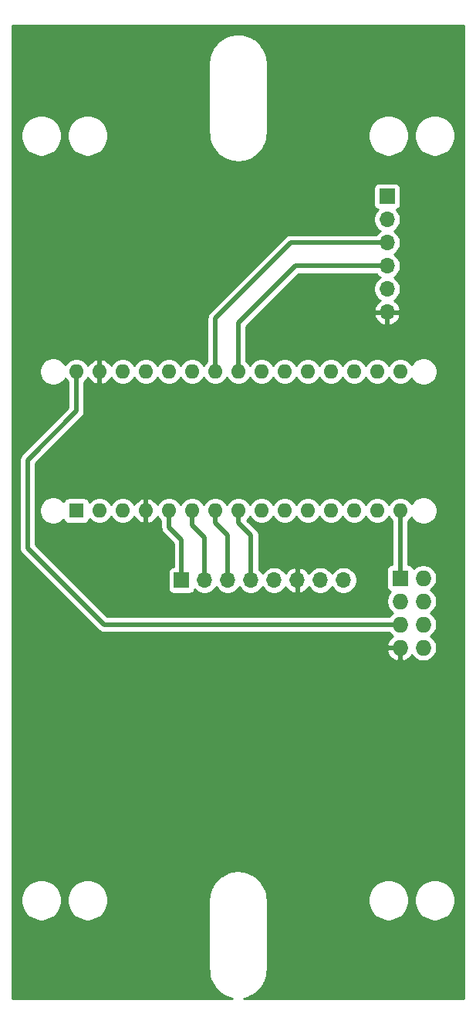
<source format=gtl>
G04 #@! TF.GenerationSoftware,KiCad,Pcbnew,(5.1.5)-3*
G04 #@! TF.CreationDate,2020-05-28T10:53:55-07:00*
G04 #@! TF.ProjectId,Plug_Pass_arduino_shield,506c7567-5f50-4617-9373-5f6172647569,v1.2*
G04 #@! TF.SameCoordinates,Original*
G04 #@! TF.FileFunction,Copper,L1,Top*
G04 #@! TF.FilePolarity,Positive*
%FSLAX46Y46*%
G04 Gerber Fmt 4.6, Leading zero omitted, Abs format (unit mm)*
G04 Created by KiCad (PCBNEW (5.1.5)-3) date 2020-05-28 10:53:55*
%MOMM*%
%LPD*%
G04 APERTURE LIST*
%ADD10R,1.700000X1.700000*%
%ADD11O,1.700000X1.700000*%
%ADD12R,1.600000X1.600000*%
%ADD13O,1.600000X1.600000*%
%ADD14O,1.727200X1.727200*%
%ADD15R,1.727200X1.727200*%
%ADD16C,0.508000*%
%ADD17C,0.254000*%
G04 APERTURE END LIST*
D10*
X97930500Y-103345980D03*
D11*
X100470500Y-103345980D03*
X103010500Y-103345980D03*
X105550500Y-103345980D03*
X108090500Y-103345980D03*
X110630500Y-103345980D03*
X113170500Y-103345980D03*
X115710500Y-103345980D03*
D12*
X86395560Y-95724200D03*
D13*
X119415560Y-80484200D03*
X88935560Y-95724200D03*
X116875560Y-80484200D03*
X91475560Y-95724200D03*
X114335560Y-80484200D03*
X94015560Y-95724200D03*
X111795560Y-80484200D03*
X96555560Y-95724200D03*
X109255560Y-80484200D03*
X99095560Y-95724200D03*
X106715560Y-80484200D03*
X101635560Y-95724200D03*
X104175560Y-80484200D03*
X104175560Y-95724200D03*
X101635560Y-80484200D03*
X106715560Y-95724200D03*
X99095560Y-80484200D03*
X109255560Y-95724200D03*
X96555560Y-80484200D03*
X111795560Y-95724200D03*
X94015560Y-80484200D03*
X114335560Y-95724200D03*
X91475560Y-80484200D03*
X116875560Y-95724200D03*
X88935560Y-80484200D03*
X119415560Y-95724200D03*
X86395560Y-80484200D03*
X121955560Y-95724200D03*
X121955560Y-80484200D03*
D10*
X120488460Y-61263000D03*
D11*
X120488460Y-63803000D03*
X120488460Y-66343000D03*
X120488460Y-68883000D03*
X120488460Y-71423000D03*
X120488460Y-73963000D03*
D14*
X124460000Y-110744000D03*
X121920000Y-110744000D03*
X124460000Y-108204000D03*
X121920000Y-108204000D03*
X124460000Y-105664000D03*
X121920000Y-105664000D03*
X124460000Y-103124000D03*
D15*
X121920000Y-103124000D03*
D16*
X96555560Y-95724200D02*
X96555560Y-97571560D01*
X97930500Y-98946500D02*
X97930500Y-103345980D01*
X96555560Y-97571560D02*
X97930500Y-98946500D01*
X99095560Y-95724200D02*
X99095560Y-97317560D01*
X100470500Y-98692500D02*
X100470500Y-103345980D01*
X99095560Y-97317560D02*
X100470500Y-98692500D01*
X101635560Y-95724200D02*
X101635560Y-97063560D01*
X103010500Y-98438500D02*
X103010500Y-103345980D01*
X101635560Y-97063560D02*
X103010500Y-98438500D01*
X120488460Y-68883000D02*
X110441000Y-68883000D01*
X104175560Y-75148440D02*
X104175560Y-80484200D01*
X110441000Y-68883000D02*
X104175560Y-75148440D01*
X104175560Y-95724200D02*
X104175560Y-97063560D01*
X105550500Y-98438500D02*
X105550500Y-103345980D01*
X104175560Y-97063560D02*
X105550500Y-98438500D01*
X120488460Y-66343000D02*
X109933000Y-66343000D01*
X101635560Y-74640440D02*
X101635560Y-80484200D01*
X109933000Y-66343000D02*
X101635560Y-74640440D01*
X81026000Y-90170000D02*
X81026000Y-99822000D01*
X86395560Y-80484200D02*
X86395560Y-84800440D01*
X86395560Y-84800440D02*
X81026000Y-90170000D01*
X121920000Y-108204000D02*
X89408000Y-108204000D01*
X81026000Y-99822000D02*
X89408000Y-108204000D01*
X121955560Y-103088440D02*
X121920000Y-103124000D01*
X121955560Y-95724200D02*
X121955560Y-103088440D01*
D17*
G36*
X128892301Y-149212300D02*
G01*
X104741605Y-149212300D01*
X104780100Y-149204398D01*
X104841091Y-149192763D01*
X104850247Y-149189999D01*
X105323325Y-149043557D01*
X105380571Y-149019493D01*
X105438122Y-148996241D01*
X105446567Y-148991751D01*
X105882192Y-148756210D01*
X105933666Y-148721490D01*
X105985614Y-148687496D01*
X105993026Y-148681451D01*
X106374603Y-148365782D01*
X106418369Y-148321709D01*
X106462707Y-148278290D01*
X106468804Y-148270921D01*
X106781801Y-147887149D01*
X106816172Y-147835416D01*
X106851233Y-147784211D01*
X106855783Y-147775798D01*
X107088278Y-147338540D01*
X107111949Y-147281110D01*
X107136395Y-147224073D01*
X107139222Y-147214941D01*
X107139224Y-147214935D01*
X107282358Y-146740848D01*
X107294419Y-146679938D01*
X107307325Y-146619219D01*
X107308325Y-146609707D01*
X107347627Y-146208879D01*
X107355088Y-146184283D01*
X107365000Y-146083647D01*
X107365000Y-138396353D01*
X107364765Y-138393964D01*
X107364735Y-138389716D01*
X107361482Y-138358769D01*
X107361482Y-138327656D01*
X107360483Y-138318144D01*
X107347826Y-138205296D01*
X118368539Y-138205296D01*
X118368539Y-138654704D01*
X118456214Y-139095478D01*
X118628196Y-139510677D01*
X118877874Y-139884347D01*
X119195653Y-140202126D01*
X119569323Y-140451804D01*
X119984522Y-140623786D01*
X120425296Y-140711461D01*
X120874704Y-140711461D01*
X121315478Y-140623786D01*
X121730677Y-140451804D01*
X122104347Y-140202126D01*
X122422126Y-139884347D01*
X122671804Y-139510677D01*
X122843786Y-139095478D01*
X122931461Y-138654704D01*
X122931461Y-138205296D01*
X123448539Y-138205296D01*
X123448539Y-138654704D01*
X123536214Y-139095478D01*
X123708196Y-139510677D01*
X123957874Y-139884347D01*
X124275653Y-140202126D01*
X124649323Y-140451804D01*
X125064522Y-140623786D01*
X125505296Y-140711461D01*
X125954704Y-140711461D01*
X126395478Y-140623786D01*
X126810677Y-140451804D01*
X127184347Y-140202126D01*
X127502126Y-139884347D01*
X127751804Y-139510677D01*
X127923786Y-139095478D01*
X128011461Y-138654704D01*
X128011461Y-138205296D01*
X127923786Y-137764522D01*
X127751804Y-137349323D01*
X127502126Y-136975653D01*
X127184347Y-136657874D01*
X126810677Y-136408196D01*
X126395478Y-136236214D01*
X125954704Y-136148539D01*
X125505296Y-136148539D01*
X125064522Y-136236214D01*
X124649323Y-136408196D01*
X124275653Y-136657874D01*
X123957874Y-136975653D01*
X123708196Y-137349323D01*
X123536214Y-137764522D01*
X123448539Y-138205296D01*
X122931461Y-138205296D01*
X122843786Y-137764522D01*
X122671804Y-137349323D01*
X122422126Y-136975653D01*
X122104347Y-136657874D01*
X121730677Y-136408196D01*
X121315478Y-136236214D01*
X120874704Y-136148539D01*
X120425296Y-136148539D01*
X119984522Y-136236214D01*
X119569323Y-136408196D01*
X119195653Y-136657874D01*
X118877874Y-136975653D01*
X118628196Y-137349323D01*
X118456214Y-137764522D01*
X118368539Y-138205296D01*
X107347826Y-138205296D01*
X107305170Y-137825020D01*
X107292265Y-137764308D01*
X107280203Y-137703390D01*
X107277375Y-137694253D01*
X107127334Y-137221264D01*
X107102860Y-137164163D01*
X107079217Y-137106800D01*
X107074668Y-137098386D01*
X107074668Y-137098385D01*
X107074665Y-137098381D01*
X106835614Y-136663548D01*
X106800532Y-136612312D01*
X106766181Y-136560609D01*
X106760085Y-136553240D01*
X106441122Y-136173115D01*
X106396765Y-136129677D01*
X106353018Y-136085624D01*
X106345606Y-136079579D01*
X105958885Y-135768647D01*
X105906944Y-135734658D01*
X105855464Y-135699934D01*
X105847019Y-135695444D01*
X105407270Y-135465548D01*
X105349672Y-135442277D01*
X105292472Y-135418233D01*
X105283316Y-135415468D01*
X104807288Y-135275365D01*
X104746285Y-135263728D01*
X104685485Y-135251248D01*
X104675967Y-135250314D01*
X104181793Y-135205341D01*
X104119710Y-135205775D01*
X104057626Y-135205341D01*
X104048107Y-135206275D01*
X103554609Y-135258144D01*
X103493815Y-135270623D01*
X103432808Y-135282261D01*
X103423652Y-135285025D01*
X102949626Y-135431760D01*
X102892372Y-135455828D01*
X102834828Y-135479077D01*
X102826383Y-135483567D01*
X102389887Y-135719580D01*
X102338409Y-135754302D01*
X102286467Y-135788292D01*
X102279055Y-135794337D01*
X101896713Y-136110637D01*
X101852965Y-136154692D01*
X101808607Y-136198130D01*
X101802511Y-136205499D01*
X101488887Y-136590040D01*
X101454541Y-136641735D01*
X101419454Y-136692979D01*
X101414905Y-136701393D01*
X101181946Y-137139525D01*
X101158277Y-137196949D01*
X101133830Y-137253989D01*
X101131001Y-137263125D01*
X100987578Y-137738163D01*
X100975514Y-137799093D01*
X100962611Y-137859796D01*
X100961611Y-137869307D01*
X100913189Y-138363156D01*
X100913190Y-138496845D01*
X100915000Y-138505987D01*
X100915001Y-146083647D01*
X100915235Y-146086021D01*
X100915264Y-146090204D01*
X100918517Y-146121155D01*
X100918517Y-146152273D01*
X100919516Y-146161785D01*
X100974719Y-146653925D01*
X100987623Y-146714630D01*
X100999686Y-146775555D01*
X101002514Y-146784691D01*
X101152255Y-147256735D01*
X101176707Y-147313785D01*
X101200372Y-147371201D01*
X101204921Y-147379614D01*
X101443498Y-147813583D01*
X101478589Y-147864831D01*
X101512931Y-147916520D01*
X101519027Y-147923890D01*
X101837351Y-148303255D01*
X101881709Y-148346693D01*
X101925457Y-148390748D01*
X101932869Y-148396793D01*
X102318816Y-148707102D01*
X102370760Y-148741093D01*
X102422238Y-148775815D01*
X102430682Y-148780306D01*
X102869554Y-149009742D01*
X102927112Y-149032997D01*
X102984350Y-149057057D01*
X102993506Y-149059822D01*
X103468583Y-149199645D01*
X103529586Y-149211282D01*
X103534545Y-149212300D01*
X79387700Y-149212300D01*
X79387700Y-138205296D01*
X80268539Y-138205296D01*
X80268539Y-138654704D01*
X80356214Y-139095478D01*
X80528196Y-139510677D01*
X80777874Y-139884347D01*
X81095653Y-140202126D01*
X81469323Y-140451804D01*
X81884522Y-140623786D01*
X82325296Y-140711461D01*
X82774704Y-140711461D01*
X83215478Y-140623786D01*
X83630677Y-140451804D01*
X84004347Y-140202126D01*
X84322126Y-139884347D01*
X84571804Y-139510677D01*
X84743786Y-139095478D01*
X84831461Y-138654704D01*
X84831461Y-138205296D01*
X85348539Y-138205296D01*
X85348539Y-138654704D01*
X85436214Y-139095478D01*
X85608196Y-139510677D01*
X85857874Y-139884347D01*
X86175653Y-140202126D01*
X86549323Y-140451804D01*
X86964522Y-140623786D01*
X87405296Y-140711461D01*
X87854704Y-140711461D01*
X88295478Y-140623786D01*
X88710677Y-140451804D01*
X89084347Y-140202126D01*
X89402126Y-139884347D01*
X89651804Y-139510677D01*
X89823786Y-139095478D01*
X89911461Y-138654704D01*
X89911461Y-138205296D01*
X89823786Y-137764522D01*
X89651804Y-137349323D01*
X89402126Y-136975653D01*
X89084347Y-136657874D01*
X88710677Y-136408196D01*
X88295478Y-136236214D01*
X87854704Y-136148539D01*
X87405296Y-136148539D01*
X86964522Y-136236214D01*
X86549323Y-136408196D01*
X86175653Y-136657874D01*
X85857874Y-136975653D01*
X85608196Y-137349323D01*
X85436214Y-137764522D01*
X85348539Y-138205296D01*
X84831461Y-138205296D01*
X84743786Y-137764522D01*
X84571804Y-137349323D01*
X84322126Y-136975653D01*
X84004347Y-136657874D01*
X83630677Y-136408196D01*
X83215478Y-136236214D01*
X82774704Y-136148539D01*
X82325296Y-136148539D01*
X81884522Y-136236214D01*
X81469323Y-136408196D01*
X81095653Y-136657874D01*
X80777874Y-136975653D01*
X80528196Y-137349323D01*
X80356214Y-137764522D01*
X80268539Y-138205296D01*
X79387700Y-138205296D01*
X79387700Y-111103026D01*
X120465042Y-111103026D01*
X120510778Y-111253814D01*
X120637316Y-111518944D01*
X120813146Y-111754293D01*
X121031512Y-111950817D01*
X121284022Y-112100964D01*
X121560973Y-112198963D01*
X121793000Y-112078464D01*
X121793000Y-110871000D01*
X120586183Y-110871000D01*
X120465042Y-111103026D01*
X79387700Y-111103026D01*
X79387700Y-90170000D01*
X80132700Y-90170000D01*
X80137000Y-90213660D01*
X80137001Y-99778330D01*
X80132700Y-99822000D01*
X80149864Y-99996274D01*
X80200698Y-100163852D01*
X80283248Y-100318291D01*
X80394342Y-100453659D01*
X80428259Y-100481494D01*
X88748506Y-108801742D01*
X88776341Y-108835659D01*
X88911709Y-108946753D01*
X89066149Y-109029303D01*
X89132058Y-109049296D01*
X89233724Y-109080136D01*
X89266924Y-109083406D01*
X89364333Y-109093000D01*
X89364339Y-109093000D01*
X89407999Y-109097300D01*
X89451659Y-109093000D01*
X120711660Y-109093000D01*
X120755961Y-109159302D01*
X120964698Y-109368039D01*
X121130103Y-109478559D01*
X121031512Y-109537183D01*
X120813146Y-109733707D01*
X120637316Y-109969056D01*
X120510778Y-110234186D01*
X120465042Y-110384974D01*
X120586183Y-110617000D01*
X121793000Y-110617000D01*
X121793000Y-110597000D01*
X122047000Y-110597000D01*
X122047000Y-110617000D01*
X122067000Y-110617000D01*
X122067000Y-110871000D01*
X122047000Y-110871000D01*
X122047000Y-112078464D01*
X122279027Y-112198963D01*
X122555978Y-112100964D01*
X122808488Y-111950817D01*
X123026854Y-111754293D01*
X123188308Y-111538187D01*
X123295961Y-111699302D01*
X123504698Y-111908039D01*
X123750147Y-112072042D01*
X124022875Y-112185010D01*
X124312401Y-112242600D01*
X124607599Y-112242600D01*
X124897125Y-112185010D01*
X125169853Y-112072042D01*
X125415302Y-111908039D01*
X125624039Y-111699302D01*
X125788042Y-111453853D01*
X125901010Y-111181125D01*
X125958600Y-110891599D01*
X125958600Y-110596401D01*
X125901010Y-110306875D01*
X125788042Y-110034147D01*
X125624039Y-109788698D01*
X125415302Y-109579961D01*
X125256719Y-109474000D01*
X125415302Y-109368039D01*
X125624039Y-109159302D01*
X125788042Y-108913853D01*
X125901010Y-108641125D01*
X125958600Y-108351599D01*
X125958600Y-108056401D01*
X125901010Y-107766875D01*
X125788042Y-107494147D01*
X125624039Y-107248698D01*
X125415302Y-107039961D01*
X125256719Y-106934000D01*
X125415302Y-106828039D01*
X125624039Y-106619302D01*
X125788042Y-106373853D01*
X125901010Y-106101125D01*
X125958600Y-105811599D01*
X125958600Y-105516401D01*
X125901010Y-105226875D01*
X125788042Y-104954147D01*
X125624039Y-104708698D01*
X125415302Y-104499961D01*
X125256719Y-104394000D01*
X125415302Y-104288039D01*
X125624039Y-104079302D01*
X125788042Y-103833853D01*
X125901010Y-103561125D01*
X125958600Y-103271599D01*
X125958600Y-102976401D01*
X125901010Y-102686875D01*
X125788042Y-102414147D01*
X125624039Y-102168698D01*
X125415302Y-101959961D01*
X125169853Y-101795958D01*
X124897125Y-101682990D01*
X124607599Y-101625400D01*
X124312401Y-101625400D01*
X124022875Y-101682990D01*
X123750147Y-101795958D01*
X123504698Y-101959961D01*
X123390636Y-102074023D01*
X123373102Y-102016220D01*
X123314137Y-101905906D01*
X123234785Y-101809215D01*
X123138094Y-101729863D01*
X123027780Y-101670898D01*
X122908082Y-101634588D01*
X122844560Y-101628332D01*
X122844560Y-96856049D01*
X122870319Y-96838837D01*
X123070197Y-96638959D01*
X123171439Y-96487440D01*
X123311015Y-96696331D01*
X123523429Y-96908745D01*
X123773202Y-97075638D01*
X124050734Y-97190595D01*
X124345361Y-97249200D01*
X124645759Y-97249200D01*
X124940386Y-97190595D01*
X125217918Y-97075638D01*
X125467691Y-96908745D01*
X125680105Y-96696331D01*
X125846998Y-96446558D01*
X125961955Y-96169026D01*
X126020560Y-95874399D01*
X126020560Y-95574001D01*
X125961955Y-95279374D01*
X125846998Y-95001842D01*
X125680105Y-94752069D01*
X125467691Y-94539655D01*
X125217918Y-94372762D01*
X124940386Y-94257805D01*
X124645759Y-94199200D01*
X124345361Y-94199200D01*
X124050734Y-94257805D01*
X123773202Y-94372762D01*
X123523429Y-94539655D01*
X123311015Y-94752069D01*
X123171439Y-94960960D01*
X123070197Y-94809441D01*
X122870319Y-94609563D01*
X122635287Y-94452520D01*
X122374134Y-94344347D01*
X122096895Y-94289200D01*
X121814225Y-94289200D01*
X121536986Y-94344347D01*
X121275833Y-94452520D01*
X121040801Y-94609563D01*
X120840923Y-94809441D01*
X120685560Y-95041959D01*
X120530197Y-94809441D01*
X120330319Y-94609563D01*
X120095287Y-94452520D01*
X119834134Y-94344347D01*
X119556895Y-94289200D01*
X119274225Y-94289200D01*
X118996986Y-94344347D01*
X118735833Y-94452520D01*
X118500801Y-94609563D01*
X118300923Y-94809441D01*
X118145560Y-95041959D01*
X117990197Y-94809441D01*
X117790319Y-94609563D01*
X117555287Y-94452520D01*
X117294134Y-94344347D01*
X117016895Y-94289200D01*
X116734225Y-94289200D01*
X116456986Y-94344347D01*
X116195833Y-94452520D01*
X115960801Y-94609563D01*
X115760923Y-94809441D01*
X115605560Y-95041959D01*
X115450197Y-94809441D01*
X115250319Y-94609563D01*
X115015287Y-94452520D01*
X114754134Y-94344347D01*
X114476895Y-94289200D01*
X114194225Y-94289200D01*
X113916986Y-94344347D01*
X113655833Y-94452520D01*
X113420801Y-94609563D01*
X113220923Y-94809441D01*
X113065560Y-95041959D01*
X112910197Y-94809441D01*
X112710319Y-94609563D01*
X112475287Y-94452520D01*
X112214134Y-94344347D01*
X111936895Y-94289200D01*
X111654225Y-94289200D01*
X111376986Y-94344347D01*
X111115833Y-94452520D01*
X110880801Y-94609563D01*
X110680923Y-94809441D01*
X110525560Y-95041959D01*
X110370197Y-94809441D01*
X110170319Y-94609563D01*
X109935287Y-94452520D01*
X109674134Y-94344347D01*
X109396895Y-94289200D01*
X109114225Y-94289200D01*
X108836986Y-94344347D01*
X108575833Y-94452520D01*
X108340801Y-94609563D01*
X108140923Y-94809441D01*
X107985560Y-95041959D01*
X107830197Y-94809441D01*
X107630319Y-94609563D01*
X107395287Y-94452520D01*
X107134134Y-94344347D01*
X106856895Y-94289200D01*
X106574225Y-94289200D01*
X106296986Y-94344347D01*
X106035833Y-94452520D01*
X105800801Y-94609563D01*
X105600923Y-94809441D01*
X105445560Y-95041959D01*
X105290197Y-94809441D01*
X105090319Y-94609563D01*
X104855287Y-94452520D01*
X104594134Y-94344347D01*
X104316895Y-94289200D01*
X104034225Y-94289200D01*
X103756986Y-94344347D01*
X103495833Y-94452520D01*
X103260801Y-94609563D01*
X103060923Y-94809441D01*
X102905560Y-95041959D01*
X102750197Y-94809441D01*
X102550319Y-94609563D01*
X102315287Y-94452520D01*
X102054134Y-94344347D01*
X101776895Y-94289200D01*
X101494225Y-94289200D01*
X101216986Y-94344347D01*
X100955833Y-94452520D01*
X100720801Y-94609563D01*
X100520923Y-94809441D01*
X100365560Y-95041959D01*
X100210197Y-94809441D01*
X100010319Y-94609563D01*
X99775287Y-94452520D01*
X99514134Y-94344347D01*
X99236895Y-94289200D01*
X98954225Y-94289200D01*
X98676986Y-94344347D01*
X98415833Y-94452520D01*
X98180801Y-94609563D01*
X97980923Y-94809441D01*
X97825560Y-95041959D01*
X97670197Y-94809441D01*
X97470319Y-94609563D01*
X97235287Y-94452520D01*
X96974134Y-94344347D01*
X96696895Y-94289200D01*
X96414225Y-94289200D01*
X96136986Y-94344347D01*
X95875833Y-94452520D01*
X95640801Y-94609563D01*
X95440923Y-94809441D01*
X95283880Y-95044473D01*
X95279493Y-95055065D01*
X95167945Y-94869069D01*
X94978974Y-94660681D01*
X94752980Y-94493163D01*
X94498647Y-94372954D01*
X94364599Y-94332296D01*
X94142560Y-94454285D01*
X94142560Y-95597200D01*
X94162560Y-95597200D01*
X94162560Y-95851200D01*
X94142560Y-95851200D01*
X94142560Y-96994115D01*
X94364599Y-97116104D01*
X94498647Y-97075446D01*
X94752980Y-96955237D01*
X94978974Y-96787719D01*
X95167945Y-96579331D01*
X95279493Y-96393335D01*
X95283880Y-96403927D01*
X95440923Y-96638959D01*
X95640801Y-96838837D01*
X95666561Y-96856049D01*
X95666561Y-97527890D01*
X95662260Y-97571560D01*
X95679424Y-97745834D01*
X95730258Y-97913412D01*
X95804976Y-98053199D01*
X95812808Y-98067851D01*
X95923902Y-98203219D01*
X95957819Y-98231054D01*
X97041500Y-99314736D01*
X97041501Y-101861749D01*
X96956018Y-101870168D01*
X96836320Y-101906478D01*
X96726006Y-101965443D01*
X96629315Y-102044795D01*
X96549963Y-102141486D01*
X96490998Y-102251800D01*
X96454688Y-102371498D01*
X96442428Y-102495980D01*
X96442428Y-104195980D01*
X96454688Y-104320462D01*
X96490998Y-104440160D01*
X96549963Y-104550474D01*
X96629315Y-104647165D01*
X96726006Y-104726517D01*
X96836320Y-104785482D01*
X96956018Y-104821792D01*
X97080500Y-104834052D01*
X98780500Y-104834052D01*
X98904982Y-104821792D01*
X99024680Y-104785482D01*
X99134994Y-104726517D01*
X99231685Y-104647165D01*
X99311037Y-104550474D01*
X99370002Y-104440160D01*
X99392013Y-104367600D01*
X99523868Y-104499455D01*
X99767089Y-104661970D01*
X100037342Y-104773912D01*
X100324240Y-104830980D01*
X100616760Y-104830980D01*
X100903658Y-104773912D01*
X101173911Y-104661970D01*
X101417132Y-104499455D01*
X101623975Y-104292612D01*
X101740500Y-104118220D01*
X101857025Y-104292612D01*
X102063868Y-104499455D01*
X102307089Y-104661970D01*
X102577342Y-104773912D01*
X102864240Y-104830980D01*
X103156760Y-104830980D01*
X103443658Y-104773912D01*
X103713911Y-104661970D01*
X103957132Y-104499455D01*
X104163975Y-104292612D01*
X104280500Y-104118220D01*
X104397025Y-104292612D01*
X104603868Y-104499455D01*
X104847089Y-104661970D01*
X105117342Y-104773912D01*
X105404240Y-104830980D01*
X105696760Y-104830980D01*
X105983658Y-104773912D01*
X106253911Y-104661970D01*
X106497132Y-104499455D01*
X106703975Y-104292612D01*
X106820500Y-104118220D01*
X106937025Y-104292612D01*
X107143868Y-104499455D01*
X107387089Y-104661970D01*
X107657342Y-104773912D01*
X107944240Y-104830980D01*
X108236760Y-104830980D01*
X108523658Y-104773912D01*
X108793911Y-104661970D01*
X109037132Y-104499455D01*
X109243975Y-104292612D01*
X109365695Y-104110446D01*
X109435322Y-104227335D01*
X109630231Y-104443568D01*
X109863580Y-104617621D01*
X110126401Y-104742805D01*
X110273610Y-104787456D01*
X110503500Y-104666135D01*
X110503500Y-103472980D01*
X110483500Y-103472980D01*
X110483500Y-103218980D01*
X110503500Y-103218980D01*
X110503500Y-102025825D01*
X110757500Y-102025825D01*
X110757500Y-103218980D01*
X110777500Y-103218980D01*
X110777500Y-103472980D01*
X110757500Y-103472980D01*
X110757500Y-104666135D01*
X110987390Y-104787456D01*
X111134599Y-104742805D01*
X111397420Y-104617621D01*
X111630769Y-104443568D01*
X111825678Y-104227335D01*
X111895305Y-104110446D01*
X112017025Y-104292612D01*
X112223868Y-104499455D01*
X112467089Y-104661970D01*
X112737342Y-104773912D01*
X113024240Y-104830980D01*
X113316760Y-104830980D01*
X113603658Y-104773912D01*
X113873911Y-104661970D01*
X114117132Y-104499455D01*
X114323975Y-104292612D01*
X114440500Y-104118220D01*
X114557025Y-104292612D01*
X114763868Y-104499455D01*
X115007089Y-104661970D01*
X115277342Y-104773912D01*
X115564240Y-104830980D01*
X115856760Y-104830980D01*
X116143658Y-104773912D01*
X116413911Y-104661970D01*
X116657132Y-104499455D01*
X116863975Y-104292612D01*
X117026490Y-104049391D01*
X117138432Y-103779138D01*
X117195500Y-103492240D01*
X117195500Y-103199720D01*
X117138432Y-102912822D01*
X117026490Y-102642569D01*
X116863975Y-102399348D01*
X116657132Y-102192505D01*
X116413911Y-102029990D01*
X116143658Y-101918048D01*
X115856760Y-101860980D01*
X115564240Y-101860980D01*
X115277342Y-101918048D01*
X115007089Y-102029990D01*
X114763868Y-102192505D01*
X114557025Y-102399348D01*
X114440500Y-102573740D01*
X114323975Y-102399348D01*
X114117132Y-102192505D01*
X113873911Y-102029990D01*
X113603658Y-101918048D01*
X113316760Y-101860980D01*
X113024240Y-101860980D01*
X112737342Y-101918048D01*
X112467089Y-102029990D01*
X112223868Y-102192505D01*
X112017025Y-102399348D01*
X111895305Y-102581514D01*
X111825678Y-102464625D01*
X111630769Y-102248392D01*
X111397420Y-102074339D01*
X111134599Y-101949155D01*
X110987390Y-101904504D01*
X110757500Y-102025825D01*
X110503500Y-102025825D01*
X110273610Y-101904504D01*
X110126401Y-101949155D01*
X109863580Y-102074339D01*
X109630231Y-102248392D01*
X109435322Y-102464625D01*
X109365695Y-102581514D01*
X109243975Y-102399348D01*
X109037132Y-102192505D01*
X108793911Y-102029990D01*
X108523658Y-101918048D01*
X108236760Y-101860980D01*
X107944240Y-101860980D01*
X107657342Y-101918048D01*
X107387089Y-102029990D01*
X107143868Y-102192505D01*
X106937025Y-102399348D01*
X106820500Y-102573740D01*
X106703975Y-102399348D01*
X106497132Y-102192505D01*
X106439500Y-102153997D01*
X106439500Y-98482160D01*
X106443800Y-98438500D01*
X106439500Y-98394840D01*
X106439500Y-98394833D01*
X106426636Y-98264226D01*
X106375803Y-98096649D01*
X106293253Y-97942209D01*
X106182159Y-97806841D01*
X106148243Y-97779007D01*
X105149196Y-96779960D01*
X105290197Y-96638959D01*
X105445560Y-96406441D01*
X105600923Y-96638959D01*
X105800801Y-96838837D01*
X106035833Y-96995880D01*
X106296986Y-97104053D01*
X106574225Y-97159200D01*
X106856895Y-97159200D01*
X107134134Y-97104053D01*
X107395287Y-96995880D01*
X107630319Y-96838837D01*
X107830197Y-96638959D01*
X107985560Y-96406441D01*
X108140923Y-96638959D01*
X108340801Y-96838837D01*
X108575833Y-96995880D01*
X108836986Y-97104053D01*
X109114225Y-97159200D01*
X109396895Y-97159200D01*
X109674134Y-97104053D01*
X109935287Y-96995880D01*
X110170319Y-96838837D01*
X110370197Y-96638959D01*
X110525560Y-96406441D01*
X110680923Y-96638959D01*
X110880801Y-96838837D01*
X111115833Y-96995880D01*
X111376986Y-97104053D01*
X111654225Y-97159200D01*
X111936895Y-97159200D01*
X112214134Y-97104053D01*
X112475287Y-96995880D01*
X112710319Y-96838837D01*
X112910197Y-96638959D01*
X113065560Y-96406441D01*
X113220923Y-96638959D01*
X113420801Y-96838837D01*
X113655833Y-96995880D01*
X113916986Y-97104053D01*
X114194225Y-97159200D01*
X114476895Y-97159200D01*
X114754134Y-97104053D01*
X115015287Y-96995880D01*
X115250319Y-96838837D01*
X115450197Y-96638959D01*
X115605560Y-96406441D01*
X115760923Y-96638959D01*
X115960801Y-96838837D01*
X116195833Y-96995880D01*
X116456986Y-97104053D01*
X116734225Y-97159200D01*
X117016895Y-97159200D01*
X117294134Y-97104053D01*
X117555287Y-96995880D01*
X117790319Y-96838837D01*
X117990197Y-96638959D01*
X118145560Y-96406441D01*
X118300923Y-96638959D01*
X118500801Y-96838837D01*
X118735833Y-96995880D01*
X118996986Y-97104053D01*
X119274225Y-97159200D01*
X119556895Y-97159200D01*
X119834134Y-97104053D01*
X120095287Y-96995880D01*
X120330319Y-96838837D01*
X120530197Y-96638959D01*
X120685560Y-96406441D01*
X120840923Y-96638959D01*
X121040801Y-96838837D01*
X121066560Y-96856049D01*
X121066561Y-101622328D01*
X121056400Y-101622328D01*
X120931918Y-101634588D01*
X120812220Y-101670898D01*
X120701906Y-101729863D01*
X120605215Y-101809215D01*
X120525863Y-101905906D01*
X120466898Y-102016220D01*
X120430588Y-102135918D01*
X120418328Y-102260400D01*
X120418328Y-103987600D01*
X120430588Y-104112082D01*
X120466898Y-104231780D01*
X120525863Y-104342094D01*
X120605215Y-104438785D01*
X120701906Y-104518137D01*
X120812220Y-104577102D01*
X120870023Y-104594636D01*
X120755961Y-104708698D01*
X120591958Y-104954147D01*
X120478990Y-105226875D01*
X120421400Y-105516401D01*
X120421400Y-105811599D01*
X120478990Y-106101125D01*
X120591958Y-106373853D01*
X120755961Y-106619302D01*
X120964698Y-106828039D01*
X121123281Y-106934000D01*
X120964698Y-107039961D01*
X120755961Y-107248698D01*
X120711660Y-107315000D01*
X89776236Y-107315000D01*
X81915000Y-99453765D01*
X81915000Y-95574001D01*
X82330560Y-95574001D01*
X82330560Y-95874399D01*
X82389165Y-96169026D01*
X82504122Y-96446558D01*
X82671015Y-96696331D01*
X82883429Y-96908745D01*
X83133202Y-97075638D01*
X83410734Y-97190595D01*
X83705361Y-97249200D01*
X84005759Y-97249200D01*
X84300386Y-97190595D01*
X84577918Y-97075638D01*
X84827691Y-96908745D01*
X84997213Y-96739223D01*
X85006058Y-96768380D01*
X85065023Y-96878694D01*
X85144375Y-96975385D01*
X85241066Y-97054737D01*
X85351380Y-97113702D01*
X85471078Y-97150012D01*
X85595560Y-97162272D01*
X87195560Y-97162272D01*
X87320042Y-97150012D01*
X87439740Y-97113702D01*
X87550054Y-97054737D01*
X87646745Y-96975385D01*
X87726097Y-96878694D01*
X87785062Y-96768380D01*
X87821372Y-96648682D01*
X87822203Y-96640239D01*
X88020801Y-96838837D01*
X88255833Y-96995880D01*
X88516986Y-97104053D01*
X88794225Y-97159200D01*
X89076895Y-97159200D01*
X89354134Y-97104053D01*
X89615287Y-96995880D01*
X89850319Y-96838837D01*
X90050197Y-96638959D01*
X90205560Y-96406441D01*
X90360923Y-96638959D01*
X90560801Y-96838837D01*
X90795833Y-96995880D01*
X91056986Y-97104053D01*
X91334225Y-97159200D01*
X91616895Y-97159200D01*
X91894134Y-97104053D01*
X92155287Y-96995880D01*
X92390319Y-96838837D01*
X92590197Y-96638959D01*
X92747240Y-96403927D01*
X92751627Y-96393335D01*
X92863175Y-96579331D01*
X93052146Y-96787719D01*
X93278140Y-96955237D01*
X93532473Y-97075446D01*
X93666521Y-97116104D01*
X93888560Y-96994115D01*
X93888560Y-95851200D01*
X93868560Y-95851200D01*
X93868560Y-95597200D01*
X93888560Y-95597200D01*
X93888560Y-94454285D01*
X93666521Y-94332296D01*
X93532473Y-94372954D01*
X93278140Y-94493163D01*
X93052146Y-94660681D01*
X92863175Y-94869069D01*
X92751627Y-95055065D01*
X92747240Y-95044473D01*
X92590197Y-94809441D01*
X92390319Y-94609563D01*
X92155287Y-94452520D01*
X91894134Y-94344347D01*
X91616895Y-94289200D01*
X91334225Y-94289200D01*
X91056986Y-94344347D01*
X90795833Y-94452520D01*
X90560801Y-94609563D01*
X90360923Y-94809441D01*
X90205560Y-95041959D01*
X90050197Y-94809441D01*
X89850319Y-94609563D01*
X89615287Y-94452520D01*
X89354134Y-94344347D01*
X89076895Y-94289200D01*
X88794225Y-94289200D01*
X88516986Y-94344347D01*
X88255833Y-94452520D01*
X88020801Y-94609563D01*
X87822203Y-94808161D01*
X87821372Y-94799718D01*
X87785062Y-94680020D01*
X87726097Y-94569706D01*
X87646745Y-94473015D01*
X87550054Y-94393663D01*
X87439740Y-94334698D01*
X87320042Y-94298388D01*
X87195560Y-94286128D01*
X85595560Y-94286128D01*
X85471078Y-94298388D01*
X85351380Y-94334698D01*
X85241066Y-94393663D01*
X85144375Y-94473015D01*
X85065023Y-94569706D01*
X85006058Y-94680020D01*
X84997213Y-94709177D01*
X84827691Y-94539655D01*
X84577918Y-94372762D01*
X84300386Y-94257805D01*
X84005759Y-94199200D01*
X83705361Y-94199200D01*
X83410734Y-94257805D01*
X83133202Y-94372762D01*
X82883429Y-94539655D01*
X82671015Y-94752069D01*
X82504122Y-95001842D01*
X82389165Y-95279374D01*
X82330560Y-95574001D01*
X81915000Y-95574001D01*
X81915000Y-90538235D01*
X86993302Y-85459934D01*
X87027219Y-85432099D01*
X87138313Y-85296731D01*
X87220863Y-85142291D01*
X87271696Y-84974714D01*
X87284560Y-84844107D01*
X87288861Y-84800440D01*
X87284560Y-84756772D01*
X87284560Y-81616049D01*
X87310319Y-81598837D01*
X87510197Y-81398959D01*
X87667240Y-81163927D01*
X87671627Y-81153335D01*
X87783175Y-81339331D01*
X87972146Y-81547719D01*
X88198140Y-81715237D01*
X88452473Y-81835446D01*
X88586521Y-81876104D01*
X88808560Y-81754115D01*
X88808560Y-80611200D01*
X88788560Y-80611200D01*
X88788560Y-80357200D01*
X88808560Y-80357200D01*
X88808560Y-79214285D01*
X89062560Y-79214285D01*
X89062560Y-80357200D01*
X89082560Y-80357200D01*
X89082560Y-80611200D01*
X89062560Y-80611200D01*
X89062560Y-81754115D01*
X89284599Y-81876104D01*
X89418647Y-81835446D01*
X89672980Y-81715237D01*
X89898974Y-81547719D01*
X90087945Y-81339331D01*
X90199493Y-81153335D01*
X90203880Y-81163927D01*
X90360923Y-81398959D01*
X90560801Y-81598837D01*
X90795833Y-81755880D01*
X91056986Y-81864053D01*
X91334225Y-81919200D01*
X91616895Y-81919200D01*
X91894134Y-81864053D01*
X92155287Y-81755880D01*
X92390319Y-81598837D01*
X92590197Y-81398959D01*
X92745560Y-81166441D01*
X92900923Y-81398959D01*
X93100801Y-81598837D01*
X93335833Y-81755880D01*
X93596986Y-81864053D01*
X93874225Y-81919200D01*
X94156895Y-81919200D01*
X94434134Y-81864053D01*
X94695287Y-81755880D01*
X94930319Y-81598837D01*
X95130197Y-81398959D01*
X95285560Y-81166441D01*
X95440923Y-81398959D01*
X95640801Y-81598837D01*
X95875833Y-81755880D01*
X96136986Y-81864053D01*
X96414225Y-81919200D01*
X96696895Y-81919200D01*
X96974134Y-81864053D01*
X97235287Y-81755880D01*
X97470319Y-81598837D01*
X97670197Y-81398959D01*
X97825560Y-81166441D01*
X97980923Y-81398959D01*
X98180801Y-81598837D01*
X98415833Y-81755880D01*
X98676986Y-81864053D01*
X98954225Y-81919200D01*
X99236895Y-81919200D01*
X99514134Y-81864053D01*
X99775287Y-81755880D01*
X100010319Y-81598837D01*
X100210197Y-81398959D01*
X100365560Y-81166441D01*
X100520923Y-81398959D01*
X100720801Y-81598837D01*
X100955833Y-81755880D01*
X101216986Y-81864053D01*
X101494225Y-81919200D01*
X101776895Y-81919200D01*
X102054134Y-81864053D01*
X102315287Y-81755880D01*
X102550319Y-81598837D01*
X102750197Y-81398959D01*
X102905560Y-81166441D01*
X103060923Y-81398959D01*
X103260801Y-81598837D01*
X103495833Y-81755880D01*
X103756986Y-81864053D01*
X104034225Y-81919200D01*
X104316895Y-81919200D01*
X104594134Y-81864053D01*
X104855287Y-81755880D01*
X105090319Y-81598837D01*
X105290197Y-81398959D01*
X105445560Y-81166441D01*
X105600923Y-81398959D01*
X105800801Y-81598837D01*
X106035833Y-81755880D01*
X106296986Y-81864053D01*
X106574225Y-81919200D01*
X106856895Y-81919200D01*
X107134134Y-81864053D01*
X107395287Y-81755880D01*
X107630319Y-81598837D01*
X107830197Y-81398959D01*
X107985560Y-81166441D01*
X108140923Y-81398959D01*
X108340801Y-81598837D01*
X108575833Y-81755880D01*
X108836986Y-81864053D01*
X109114225Y-81919200D01*
X109396895Y-81919200D01*
X109674134Y-81864053D01*
X109935287Y-81755880D01*
X110170319Y-81598837D01*
X110370197Y-81398959D01*
X110525560Y-81166441D01*
X110680923Y-81398959D01*
X110880801Y-81598837D01*
X111115833Y-81755880D01*
X111376986Y-81864053D01*
X111654225Y-81919200D01*
X111936895Y-81919200D01*
X112214134Y-81864053D01*
X112475287Y-81755880D01*
X112710319Y-81598837D01*
X112910197Y-81398959D01*
X113065560Y-81166441D01*
X113220923Y-81398959D01*
X113420801Y-81598837D01*
X113655833Y-81755880D01*
X113916986Y-81864053D01*
X114194225Y-81919200D01*
X114476895Y-81919200D01*
X114754134Y-81864053D01*
X115015287Y-81755880D01*
X115250319Y-81598837D01*
X115450197Y-81398959D01*
X115605560Y-81166441D01*
X115760923Y-81398959D01*
X115960801Y-81598837D01*
X116195833Y-81755880D01*
X116456986Y-81864053D01*
X116734225Y-81919200D01*
X117016895Y-81919200D01*
X117294134Y-81864053D01*
X117555287Y-81755880D01*
X117790319Y-81598837D01*
X117990197Y-81398959D01*
X118145560Y-81166441D01*
X118300923Y-81398959D01*
X118500801Y-81598837D01*
X118735833Y-81755880D01*
X118996986Y-81864053D01*
X119274225Y-81919200D01*
X119556895Y-81919200D01*
X119834134Y-81864053D01*
X120095287Y-81755880D01*
X120330319Y-81598837D01*
X120530197Y-81398959D01*
X120685560Y-81166441D01*
X120840923Y-81398959D01*
X121040801Y-81598837D01*
X121275833Y-81755880D01*
X121536986Y-81864053D01*
X121814225Y-81919200D01*
X122096895Y-81919200D01*
X122374134Y-81864053D01*
X122635287Y-81755880D01*
X122870319Y-81598837D01*
X123070197Y-81398959D01*
X123171439Y-81247440D01*
X123311015Y-81456331D01*
X123523429Y-81668745D01*
X123773202Y-81835638D01*
X124050734Y-81950595D01*
X124345361Y-82009200D01*
X124645759Y-82009200D01*
X124940386Y-81950595D01*
X125217918Y-81835638D01*
X125467691Y-81668745D01*
X125680105Y-81456331D01*
X125846998Y-81206558D01*
X125961955Y-80929026D01*
X126020560Y-80634399D01*
X126020560Y-80334001D01*
X125961955Y-80039374D01*
X125846998Y-79761842D01*
X125680105Y-79512069D01*
X125467691Y-79299655D01*
X125217918Y-79132762D01*
X124940386Y-79017805D01*
X124645759Y-78959200D01*
X124345361Y-78959200D01*
X124050734Y-79017805D01*
X123773202Y-79132762D01*
X123523429Y-79299655D01*
X123311015Y-79512069D01*
X123171439Y-79720960D01*
X123070197Y-79569441D01*
X122870319Y-79369563D01*
X122635287Y-79212520D01*
X122374134Y-79104347D01*
X122096895Y-79049200D01*
X121814225Y-79049200D01*
X121536986Y-79104347D01*
X121275833Y-79212520D01*
X121040801Y-79369563D01*
X120840923Y-79569441D01*
X120685560Y-79801959D01*
X120530197Y-79569441D01*
X120330319Y-79369563D01*
X120095287Y-79212520D01*
X119834134Y-79104347D01*
X119556895Y-79049200D01*
X119274225Y-79049200D01*
X118996986Y-79104347D01*
X118735833Y-79212520D01*
X118500801Y-79369563D01*
X118300923Y-79569441D01*
X118145560Y-79801959D01*
X117990197Y-79569441D01*
X117790319Y-79369563D01*
X117555287Y-79212520D01*
X117294134Y-79104347D01*
X117016895Y-79049200D01*
X116734225Y-79049200D01*
X116456986Y-79104347D01*
X116195833Y-79212520D01*
X115960801Y-79369563D01*
X115760923Y-79569441D01*
X115605560Y-79801959D01*
X115450197Y-79569441D01*
X115250319Y-79369563D01*
X115015287Y-79212520D01*
X114754134Y-79104347D01*
X114476895Y-79049200D01*
X114194225Y-79049200D01*
X113916986Y-79104347D01*
X113655833Y-79212520D01*
X113420801Y-79369563D01*
X113220923Y-79569441D01*
X113065560Y-79801959D01*
X112910197Y-79569441D01*
X112710319Y-79369563D01*
X112475287Y-79212520D01*
X112214134Y-79104347D01*
X111936895Y-79049200D01*
X111654225Y-79049200D01*
X111376986Y-79104347D01*
X111115833Y-79212520D01*
X110880801Y-79369563D01*
X110680923Y-79569441D01*
X110525560Y-79801959D01*
X110370197Y-79569441D01*
X110170319Y-79369563D01*
X109935287Y-79212520D01*
X109674134Y-79104347D01*
X109396895Y-79049200D01*
X109114225Y-79049200D01*
X108836986Y-79104347D01*
X108575833Y-79212520D01*
X108340801Y-79369563D01*
X108140923Y-79569441D01*
X107985560Y-79801959D01*
X107830197Y-79569441D01*
X107630319Y-79369563D01*
X107395287Y-79212520D01*
X107134134Y-79104347D01*
X106856895Y-79049200D01*
X106574225Y-79049200D01*
X106296986Y-79104347D01*
X106035833Y-79212520D01*
X105800801Y-79369563D01*
X105600923Y-79569441D01*
X105445560Y-79801959D01*
X105290197Y-79569441D01*
X105090319Y-79369563D01*
X105064560Y-79352351D01*
X105064560Y-75516675D01*
X106261345Y-74319890D01*
X119046984Y-74319890D01*
X119091635Y-74467099D01*
X119216819Y-74729920D01*
X119390872Y-74963269D01*
X119607105Y-75158178D01*
X119857208Y-75307157D01*
X120131569Y-75404481D01*
X120361460Y-75283814D01*
X120361460Y-74090000D01*
X120615460Y-74090000D01*
X120615460Y-75283814D01*
X120845351Y-75404481D01*
X121119712Y-75307157D01*
X121369815Y-75158178D01*
X121586048Y-74963269D01*
X121760101Y-74729920D01*
X121885285Y-74467099D01*
X121929936Y-74319890D01*
X121808615Y-74090000D01*
X120615460Y-74090000D01*
X120361460Y-74090000D01*
X119168305Y-74090000D01*
X119046984Y-74319890D01*
X106261345Y-74319890D01*
X110809236Y-69772000D01*
X119296477Y-69772000D01*
X119334985Y-69829632D01*
X119541828Y-70036475D01*
X119716220Y-70153000D01*
X119541828Y-70269525D01*
X119334985Y-70476368D01*
X119172470Y-70719589D01*
X119060528Y-70989842D01*
X119003460Y-71276740D01*
X119003460Y-71569260D01*
X119060528Y-71856158D01*
X119172470Y-72126411D01*
X119334985Y-72369632D01*
X119541828Y-72576475D01*
X119723994Y-72698195D01*
X119607105Y-72767822D01*
X119390872Y-72962731D01*
X119216819Y-73196080D01*
X119091635Y-73458901D01*
X119046984Y-73606110D01*
X119168305Y-73836000D01*
X120361460Y-73836000D01*
X120361460Y-73816000D01*
X120615460Y-73816000D01*
X120615460Y-73836000D01*
X121808615Y-73836000D01*
X121929936Y-73606110D01*
X121885285Y-73458901D01*
X121760101Y-73196080D01*
X121586048Y-72962731D01*
X121369815Y-72767822D01*
X121252926Y-72698195D01*
X121435092Y-72576475D01*
X121641935Y-72369632D01*
X121804450Y-72126411D01*
X121916392Y-71856158D01*
X121973460Y-71569260D01*
X121973460Y-71276740D01*
X121916392Y-70989842D01*
X121804450Y-70719589D01*
X121641935Y-70476368D01*
X121435092Y-70269525D01*
X121260700Y-70153000D01*
X121435092Y-70036475D01*
X121641935Y-69829632D01*
X121804450Y-69586411D01*
X121916392Y-69316158D01*
X121973460Y-69029260D01*
X121973460Y-68736740D01*
X121916392Y-68449842D01*
X121804450Y-68179589D01*
X121641935Y-67936368D01*
X121435092Y-67729525D01*
X121260700Y-67613000D01*
X121435092Y-67496475D01*
X121641935Y-67289632D01*
X121804450Y-67046411D01*
X121916392Y-66776158D01*
X121973460Y-66489260D01*
X121973460Y-66196740D01*
X121916392Y-65909842D01*
X121804450Y-65639589D01*
X121641935Y-65396368D01*
X121435092Y-65189525D01*
X121260700Y-65073000D01*
X121435092Y-64956475D01*
X121641935Y-64749632D01*
X121804450Y-64506411D01*
X121916392Y-64236158D01*
X121973460Y-63949260D01*
X121973460Y-63656740D01*
X121916392Y-63369842D01*
X121804450Y-63099589D01*
X121641935Y-62856368D01*
X121510080Y-62724513D01*
X121582640Y-62702502D01*
X121692954Y-62643537D01*
X121789645Y-62564185D01*
X121868997Y-62467494D01*
X121927962Y-62357180D01*
X121964272Y-62237482D01*
X121976532Y-62113000D01*
X121976532Y-60413000D01*
X121964272Y-60288518D01*
X121927962Y-60168820D01*
X121868997Y-60058506D01*
X121789645Y-59961815D01*
X121692954Y-59882463D01*
X121582640Y-59823498D01*
X121462942Y-59787188D01*
X121338460Y-59774928D01*
X119638460Y-59774928D01*
X119513978Y-59787188D01*
X119394280Y-59823498D01*
X119283966Y-59882463D01*
X119187275Y-59961815D01*
X119107923Y-60058506D01*
X119048958Y-60168820D01*
X119012648Y-60288518D01*
X119000388Y-60413000D01*
X119000388Y-62113000D01*
X119012648Y-62237482D01*
X119048958Y-62357180D01*
X119107923Y-62467494D01*
X119187275Y-62564185D01*
X119283966Y-62643537D01*
X119394280Y-62702502D01*
X119466840Y-62724513D01*
X119334985Y-62856368D01*
X119172470Y-63099589D01*
X119060528Y-63369842D01*
X119003460Y-63656740D01*
X119003460Y-63949260D01*
X119060528Y-64236158D01*
X119172470Y-64506411D01*
X119334985Y-64749632D01*
X119541828Y-64956475D01*
X119716220Y-65073000D01*
X119541828Y-65189525D01*
X119334985Y-65396368D01*
X119296477Y-65454000D01*
X109976659Y-65454000D01*
X109932999Y-65449700D01*
X109889339Y-65454000D01*
X109889333Y-65454000D01*
X109791924Y-65463594D01*
X109758724Y-65466864D01*
X109657058Y-65497704D01*
X109591149Y-65517697D01*
X109436709Y-65600247D01*
X109301341Y-65711341D01*
X109273506Y-65745258D01*
X101037824Y-73980941D01*
X101003901Y-74008781D01*
X100892807Y-74144150D01*
X100810257Y-74298590D01*
X100759424Y-74466167D01*
X100746560Y-74596774D01*
X100746560Y-74596780D01*
X100742260Y-74640440D01*
X100746560Y-74684100D01*
X100746561Y-79352351D01*
X100720801Y-79369563D01*
X100520923Y-79569441D01*
X100365560Y-79801959D01*
X100210197Y-79569441D01*
X100010319Y-79369563D01*
X99775287Y-79212520D01*
X99514134Y-79104347D01*
X99236895Y-79049200D01*
X98954225Y-79049200D01*
X98676986Y-79104347D01*
X98415833Y-79212520D01*
X98180801Y-79369563D01*
X97980923Y-79569441D01*
X97825560Y-79801959D01*
X97670197Y-79569441D01*
X97470319Y-79369563D01*
X97235287Y-79212520D01*
X96974134Y-79104347D01*
X96696895Y-79049200D01*
X96414225Y-79049200D01*
X96136986Y-79104347D01*
X95875833Y-79212520D01*
X95640801Y-79369563D01*
X95440923Y-79569441D01*
X95285560Y-79801959D01*
X95130197Y-79569441D01*
X94930319Y-79369563D01*
X94695287Y-79212520D01*
X94434134Y-79104347D01*
X94156895Y-79049200D01*
X93874225Y-79049200D01*
X93596986Y-79104347D01*
X93335833Y-79212520D01*
X93100801Y-79369563D01*
X92900923Y-79569441D01*
X92745560Y-79801959D01*
X92590197Y-79569441D01*
X92390319Y-79369563D01*
X92155287Y-79212520D01*
X91894134Y-79104347D01*
X91616895Y-79049200D01*
X91334225Y-79049200D01*
X91056986Y-79104347D01*
X90795833Y-79212520D01*
X90560801Y-79369563D01*
X90360923Y-79569441D01*
X90203880Y-79804473D01*
X90199493Y-79815065D01*
X90087945Y-79629069D01*
X89898974Y-79420681D01*
X89672980Y-79253163D01*
X89418647Y-79132954D01*
X89284599Y-79092296D01*
X89062560Y-79214285D01*
X88808560Y-79214285D01*
X88586521Y-79092296D01*
X88452473Y-79132954D01*
X88198140Y-79253163D01*
X87972146Y-79420681D01*
X87783175Y-79629069D01*
X87671627Y-79815065D01*
X87667240Y-79804473D01*
X87510197Y-79569441D01*
X87310319Y-79369563D01*
X87075287Y-79212520D01*
X86814134Y-79104347D01*
X86536895Y-79049200D01*
X86254225Y-79049200D01*
X85976986Y-79104347D01*
X85715833Y-79212520D01*
X85480801Y-79369563D01*
X85280923Y-79569441D01*
X85179681Y-79720960D01*
X85040105Y-79512069D01*
X84827691Y-79299655D01*
X84577918Y-79132762D01*
X84300386Y-79017805D01*
X84005759Y-78959200D01*
X83705361Y-78959200D01*
X83410734Y-79017805D01*
X83133202Y-79132762D01*
X82883429Y-79299655D01*
X82671015Y-79512069D01*
X82504122Y-79761842D01*
X82389165Y-80039374D01*
X82330560Y-80334001D01*
X82330560Y-80634399D01*
X82389165Y-80929026D01*
X82504122Y-81206558D01*
X82671015Y-81456331D01*
X82883429Y-81668745D01*
X83133202Y-81835638D01*
X83410734Y-81950595D01*
X83705361Y-82009200D01*
X84005759Y-82009200D01*
X84300386Y-81950595D01*
X84577918Y-81835638D01*
X84827691Y-81668745D01*
X85040105Y-81456331D01*
X85179681Y-81247440D01*
X85280923Y-81398959D01*
X85480801Y-81598837D01*
X85506560Y-81616049D01*
X85506561Y-84432203D01*
X80428264Y-89510501D01*
X80394341Y-89538341D01*
X80283247Y-89673710D01*
X80200697Y-89828150D01*
X80149864Y-89995727D01*
X80137000Y-90126334D01*
X80137000Y-90126340D01*
X80132700Y-90170000D01*
X79387700Y-90170000D01*
X79387700Y-54385296D01*
X80268539Y-54385296D01*
X80268539Y-54834704D01*
X80356214Y-55275478D01*
X80528196Y-55690677D01*
X80777874Y-56064347D01*
X81095653Y-56382126D01*
X81469323Y-56631804D01*
X81884522Y-56803786D01*
X82325296Y-56891461D01*
X82774704Y-56891461D01*
X83215478Y-56803786D01*
X83630677Y-56631804D01*
X84004347Y-56382126D01*
X84322126Y-56064347D01*
X84571804Y-55690677D01*
X84743786Y-55275478D01*
X84831461Y-54834704D01*
X84831461Y-54385296D01*
X85348539Y-54385296D01*
X85348539Y-54834704D01*
X85436214Y-55275478D01*
X85608196Y-55690677D01*
X85857874Y-56064347D01*
X86175653Y-56382126D01*
X86549323Y-56631804D01*
X86964522Y-56803786D01*
X87405296Y-56891461D01*
X87854704Y-56891461D01*
X88295478Y-56803786D01*
X88710677Y-56631804D01*
X89084347Y-56382126D01*
X89402126Y-56064347D01*
X89651804Y-55690677D01*
X89823786Y-55275478D01*
X89911461Y-54834704D01*
X89911461Y-54385296D01*
X89823786Y-53944522D01*
X89651804Y-53529323D01*
X89402126Y-53155653D01*
X89084347Y-52837874D01*
X88710677Y-52588196D01*
X88295478Y-52416214D01*
X87854704Y-52328539D01*
X87405296Y-52328539D01*
X86964522Y-52416214D01*
X86549323Y-52588196D01*
X86175653Y-52837874D01*
X85857874Y-53155653D01*
X85608196Y-53529323D01*
X85436214Y-53944522D01*
X85348539Y-54385296D01*
X84831461Y-54385296D01*
X84743786Y-53944522D01*
X84571804Y-53529323D01*
X84322126Y-53155653D01*
X84004347Y-52837874D01*
X83630677Y-52588196D01*
X83215478Y-52416214D01*
X82774704Y-52328539D01*
X82325296Y-52328539D01*
X81884522Y-52416214D01*
X81469323Y-52588196D01*
X81095653Y-52837874D01*
X80777874Y-53155653D01*
X80528196Y-53529323D01*
X80356214Y-53944522D01*
X80268539Y-54385296D01*
X79387700Y-54385296D01*
X79387700Y-46605654D01*
X100913191Y-46605654D01*
X100913191Y-46739343D01*
X100915000Y-46748479D01*
X100915001Y-54326147D01*
X100915235Y-54328521D01*
X100915264Y-54332702D01*
X100918516Y-54363646D01*
X100918516Y-54394770D01*
X100919516Y-54404282D01*
X100974718Y-54896421D01*
X100987622Y-54957129D01*
X100999686Y-55018054D01*
X101002514Y-55027190D01*
X101152256Y-55499234D01*
X101176714Y-55556299D01*
X101200372Y-55613697D01*
X101204920Y-55622110D01*
X101443496Y-56056080D01*
X101478579Y-56107318D01*
X101512930Y-56159020D01*
X101519021Y-56166382D01*
X101519026Y-56166389D01*
X101519032Y-56166394D01*
X101837352Y-56545755D01*
X101881710Y-56589193D01*
X101925457Y-56633247D01*
X101932869Y-56639292D01*
X102318816Y-56949601D01*
X102370742Y-56983580D01*
X102422237Y-57018314D01*
X102430682Y-57022804D01*
X102869552Y-57252240D01*
X102927129Y-57275503D01*
X102984350Y-57299556D01*
X102993506Y-57302321D01*
X103468583Y-57442144D01*
X103529604Y-57453784D01*
X103590385Y-57466261D01*
X103599903Y-57467195D01*
X104093091Y-57512079D01*
X104155175Y-57511645D01*
X104217258Y-57512079D01*
X104226777Y-57511146D01*
X104719289Y-57459381D01*
X104780114Y-57446895D01*
X104841090Y-57435263D01*
X104850246Y-57432499D01*
X105323325Y-57286057D01*
X105380566Y-57261995D01*
X105438124Y-57238740D01*
X105446569Y-57234250D01*
X105882193Y-56998709D01*
X105933656Y-56963997D01*
X105985613Y-56929997D01*
X105993025Y-56923952D01*
X106374603Y-56608284D01*
X106418333Y-56564247D01*
X106462708Y-56520792D01*
X106468805Y-56513422D01*
X106781803Y-56129649D01*
X106816164Y-56077931D01*
X106851236Y-56026710D01*
X106855785Y-56018297D01*
X107088279Y-55581039D01*
X107111942Y-55523629D01*
X107136395Y-55466574D01*
X107139224Y-55457438D01*
X107282360Y-54983349D01*
X107294417Y-54922456D01*
X107307327Y-54861719D01*
X107308327Y-54852207D01*
X107347630Y-54451370D01*
X107355088Y-54426783D01*
X107359174Y-54385296D01*
X118368539Y-54385296D01*
X118368539Y-54834704D01*
X118456214Y-55275478D01*
X118628196Y-55690677D01*
X118877874Y-56064347D01*
X119195653Y-56382126D01*
X119569323Y-56631804D01*
X119984522Y-56803786D01*
X120425296Y-56891461D01*
X120874704Y-56891461D01*
X121315478Y-56803786D01*
X121730677Y-56631804D01*
X122104347Y-56382126D01*
X122422126Y-56064347D01*
X122671804Y-55690677D01*
X122843786Y-55275478D01*
X122931461Y-54834704D01*
X122931461Y-54385296D01*
X123448539Y-54385296D01*
X123448539Y-54834704D01*
X123536214Y-55275478D01*
X123708196Y-55690677D01*
X123957874Y-56064347D01*
X124275653Y-56382126D01*
X124649323Y-56631804D01*
X125064522Y-56803786D01*
X125505296Y-56891461D01*
X125954704Y-56891461D01*
X126395478Y-56803786D01*
X126810677Y-56631804D01*
X127184347Y-56382126D01*
X127502126Y-56064347D01*
X127751804Y-55690677D01*
X127923786Y-55275478D01*
X128011461Y-54834704D01*
X128011461Y-54385296D01*
X127923786Y-53944522D01*
X127751804Y-53529323D01*
X127502126Y-53155653D01*
X127184347Y-52837874D01*
X126810677Y-52588196D01*
X126395478Y-52416214D01*
X125954704Y-52328539D01*
X125505296Y-52328539D01*
X125064522Y-52416214D01*
X124649323Y-52588196D01*
X124275653Y-52837874D01*
X123957874Y-53155653D01*
X123708196Y-53529323D01*
X123536214Y-53944522D01*
X123448539Y-54385296D01*
X122931461Y-54385296D01*
X122843786Y-53944522D01*
X122671804Y-53529323D01*
X122422126Y-53155653D01*
X122104347Y-52837874D01*
X121730677Y-52588196D01*
X121315478Y-52416214D01*
X120874704Y-52328539D01*
X120425296Y-52328539D01*
X119984522Y-52416214D01*
X119569323Y-52588196D01*
X119195653Y-52837874D01*
X118877874Y-53155653D01*
X118628196Y-53529323D01*
X118456214Y-53944522D01*
X118368539Y-54385296D01*
X107359174Y-54385296D01*
X107365000Y-54326147D01*
X107365000Y-46638853D01*
X107364765Y-46636464D01*
X107364735Y-46632216D01*
X107361483Y-46601277D01*
X107361483Y-46570157D01*
X107360483Y-46560646D01*
X107305171Y-46067521D01*
X107292263Y-46006791D01*
X107280204Y-45945890D01*
X107277376Y-45936753D01*
X107127335Y-45463764D01*
X107102861Y-45406663D01*
X107079218Y-45349300D01*
X107074669Y-45340886D01*
X107074669Y-45340885D01*
X107074666Y-45340881D01*
X106835615Y-44906048D01*
X106800533Y-44854812D01*
X106766182Y-44803109D01*
X106760086Y-44795740D01*
X106441123Y-44415615D01*
X106396746Y-44372158D01*
X106353018Y-44328124D01*
X106345607Y-44322079D01*
X105958887Y-44011148D01*
X105906977Y-43977179D01*
X105855466Y-43942435D01*
X105847022Y-43937945D01*
X105407273Y-43708049D01*
X105349689Y-43684784D01*
X105292473Y-43660732D01*
X105283321Y-43657969D01*
X105283315Y-43657967D01*
X104807289Y-43517866D01*
X104746282Y-43506228D01*
X104685488Y-43493749D01*
X104675970Y-43492815D01*
X104181796Y-43447841D01*
X104119712Y-43448275D01*
X104057628Y-43447841D01*
X104048109Y-43448775D01*
X103554612Y-43500644D01*
X103493818Y-43513123D01*
X103432811Y-43524761D01*
X103423655Y-43527525D01*
X102949629Y-43674260D01*
X102892375Y-43698328D01*
X102834831Y-43721577D01*
X102826386Y-43726066D01*
X102389890Y-43962078D01*
X102338418Y-43996797D01*
X102286469Y-44030791D01*
X102279057Y-44036836D01*
X101896715Y-44353136D01*
X101852967Y-44397191D01*
X101808609Y-44440629D01*
X101802512Y-44447999D01*
X101488889Y-44832540D01*
X101454507Y-44884289D01*
X101419458Y-44935477D01*
X101414908Y-44943890D01*
X101181948Y-45382023D01*
X101158269Y-45439473D01*
X101133832Y-45496488D01*
X101131003Y-45505624D01*
X100987580Y-45980662D01*
X100975517Y-46041584D01*
X100962613Y-46102294D01*
X100961613Y-46111806D01*
X100913191Y-46605654D01*
X79387700Y-46605654D01*
X79387700Y-42557700D01*
X128892300Y-42557700D01*
X128892301Y-149212300D01*
G37*
X128892301Y-149212300D02*
X104741605Y-149212300D01*
X104780100Y-149204398D01*
X104841091Y-149192763D01*
X104850247Y-149189999D01*
X105323325Y-149043557D01*
X105380571Y-149019493D01*
X105438122Y-148996241D01*
X105446567Y-148991751D01*
X105882192Y-148756210D01*
X105933666Y-148721490D01*
X105985614Y-148687496D01*
X105993026Y-148681451D01*
X106374603Y-148365782D01*
X106418369Y-148321709D01*
X106462707Y-148278290D01*
X106468804Y-148270921D01*
X106781801Y-147887149D01*
X106816172Y-147835416D01*
X106851233Y-147784211D01*
X106855783Y-147775798D01*
X107088278Y-147338540D01*
X107111949Y-147281110D01*
X107136395Y-147224073D01*
X107139222Y-147214941D01*
X107139224Y-147214935D01*
X107282358Y-146740848D01*
X107294419Y-146679938D01*
X107307325Y-146619219D01*
X107308325Y-146609707D01*
X107347627Y-146208879D01*
X107355088Y-146184283D01*
X107365000Y-146083647D01*
X107365000Y-138396353D01*
X107364765Y-138393964D01*
X107364735Y-138389716D01*
X107361482Y-138358769D01*
X107361482Y-138327656D01*
X107360483Y-138318144D01*
X107347826Y-138205296D01*
X118368539Y-138205296D01*
X118368539Y-138654704D01*
X118456214Y-139095478D01*
X118628196Y-139510677D01*
X118877874Y-139884347D01*
X119195653Y-140202126D01*
X119569323Y-140451804D01*
X119984522Y-140623786D01*
X120425296Y-140711461D01*
X120874704Y-140711461D01*
X121315478Y-140623786D01*
X121730677Y-140451804D01*
X122104347Y-140202126D01*
X122422126Y-139884347D01*
X122671804Y-139510677D01*
X122843786Y-139095478D01*
X122931461Y-138654704D01*
X122931461Y-138205296D01*
X123448539Y-138205296D01*
X123448539Y-138654704D01*
X123536214Y-139095478D01*
X123708196Y-139510677D01*
X123957874Y-139884347D01*
X124275653Y-140202126D01*
X124649323Y-140451804D01*
X125064522Y-140623786D01*
X125505296Y-140711461D01*
X125954704Y-140711461D01*
X126395478Y-140623786D01*
X126810677Y-140451804D01*
X127184347Y-140202126D01*
X127502126Y-139884347D01*
X127751804Y-139510677D01*
X127923786Y-139095478D01*
X128011461Y-138654704D01*
X128011461Y-138205296D01*
X127923786Y-137764522D01*
X127751804Y-137349323D01*
X127502126Y-136975653D01*
X127184347Y-136657874D01*
X126810677Y-136408196D01*
X126395478Y-136236214D01*
X125954704Y-136148539D01*
X125505296Y-136148539D01*
X125064522Y-136236214D01*
X124649323Y-136408196D01*
X124275653Y-136657874D01*
X123957874Y-136975653D01*
X123708196Y-137349323D01*
X123536214Y-137764522D01*
X123448539Y-138205296D01*
X122931461Y-138205296D01*
X122843786Y-137764522D01*
X122671804Y-137349323D01*
X122422126Y-136975653D01*
X122104347Y-136657874D01*
X121730677Y-136408196D01*
X121315478Y-136236214D01*
X120874704Y-136148539D01*
X120425296Y-136148539D01*
X119984522Y-136236214D01*
X119569323Y-136408196D01*
X119195653Y-136657874D01*
X118877874Y-136975653D01*
X118628196Y-137349323D01*
X118456214Y-137764522D01*
X118368539Y-138205296D01*
X107347826Y-138205296D01*
X107305170Y-137825020D01*
X107292265Y-137764308D01*
X107280203Y-137703390D01*
X107277375Y-137694253D01*
X107127334Y-137221264D01*
X107102860Y-137164163D01*
X107079217Y-137106800D01*
X107074668Y-137098386D01*
X107074668Y-137098385D01*
X107074665Y-137098381D01*
X106835614Y-136663548D01*
X106800532Y-136612312D01*
X106766181Y-136560609D01*
X106760085Y-136553240D01*
X106441122Y-136173115D01*
X106396765Y-136129677D01*
X106353018Y-136085624D01*
X106345606Y-136079579D01*
X105958885Y-135768647D01*
X105906944Y-135734658D01*
X105855464Y-135699934D01*
X105847019Y-135695444D01*
X105407270Y-135465548D01*
X105349672Y-135442277D01*
X105292472Y-135418233D01*
X105283316Y-135415468D01*
X104807288Y-135275365D01*
X104746285Y-135263728D01*
X104685485Y-135251248D01*
X104675967Y-135250314D01*
X104181793Y-135205341D01*
X104119710Y-135205775D01*
X104057626Y-135205341D01*
X104048107Y-135206275D01*
X103554609Y-135258144D01*
X103493815Y-135270623D01*
X103432808Y-135282261D01*
X103423652Y-135285025D01*
X102949626Y-135431760D01*
X102892372Y-135455828D01*
X102834828Y-135479077D01*
X102826383Y-135483567D01*
X102389887Y-135719580D01*
X102338409Y-135754302D01*
X102286467Y-135788292D01*
X102279055Y-135794337D01*
X101896713Y-136110637D01*
X101852965Y-136154692D01*
X101808607Y-136198130D01*
X101802511Y-136205499D01*
X101488887Y-136590040D01*
X101454541Y-136641735D01*
X101419454Y-136692979D01*
X101414905Y-136701393D01*
X101181946Y-137139525D01*
X101158277Y-137196949D01*
X101133830Y-137253989D01*
X101131001Y-137263125D01*
X100987578Y-137738163D01*
X100975514Y-137799093D01*
X100962611Y-137859796D01*
X100961611Y-137869307D01*
X100913189Y-138363156D01*
X100913190Y-138496845D01*
X100915000Y-138505987D01*
X100915001Y-146083647D01*
X100915235Y-146086021D01*
X100915264Y-146090204D01*
X100918517Y-146121155D01*
X100918517Y-146152273D01*
X100919516Y-146161785D01*
X100974719Y-146653925D01*
X100987623Y-146714630D01*
X100999686Y-146775555D01*
X101002514Y-146784691D01*
X101152255Y-147256735D01*
X101176707Y-147313785D01*
X101200372Y-147371201D01*
X101204921Y-147379614D01*
X101443498Y-147813583D01*
X101478589Y-147864831D01*
X101512931Y-147916520D01*
X101519027Y-147923890D01*
X101837351Y-148303255D01*
X101881709Y-148346693D01*
X101925457Y-148390748D01*
X101932869Y-148396793D01*
X102318816Y-148707102D01*
X102370760Y-148741093D01*
X102422238Y-148775815D01*
X102430682Y-148780306D01*
X102869554Y-149009742D01*
X102927112Y-149032997D01*
X102984350Y-149057057D01*
X102993506Y-149059822D01*
X103468583Y-149199645D01*
X103529586Y-149211282D01*
X103534545Y-149212300D01*
X79387700Y-149212300D01*
X79387700Y-138205296D01*
X80268539Y-138205296D01*
X80268539Y-138654704D01*
X80356214Y-139095478D01*
X80528196Y-139510677D01*
X80777874Y-139884347D01*
X81095653Y-140202126D01*
X81469323Y-140451804D01*
X81884522Y-140623786D01*
X82325296Y-140711461D01*
X82774704Y-140711461D01*
X83215478Y-140623786D01*
X83630677Y-140451804D01*
X84004347Y-140202126D01*
X84322126Y-139884347D01*
X84571804Y-139510677D01*
X84743786Y-139095478D01*
X84831461Y-138654704D01*
X84831461Y-138205296D01*
X85348539Y-138205296D01*
X85348539Y-138654704D01*
X85436214Y-139095478D01*
X85608196Y-139510677D01*
X85857874Y-139884347D01*
X86175653Y-140202126D01*
X86549323Y-140451804D01*
X86964522Y-140623786D01*
X87405296Y-140711461D01*
X87854704Y-140711461D01*
X88295478Y-140623786D01*
X88710677Y-140451804D01*
X89084347Y-140202126D01*
X89402126Y-139884347D01*
X89651804Y-139510677D01*
X89823786Y-139095478D01*
X89911461Y-138654704D01*
X89911461Y-138205296D01*
X89823786Y-137764522D01*
X89651804Y-137349323D01*
X89402126Y-136975653D01*
X89084347Y-136657874D01*
X88710677Y-136408196D01*
X88295478Y-136236214D01*
X87854704Y-136148539D01*
X87405296Y-136148539D01*
X86964522Y-136236214D01*
X86549323Y-136408196D01*
X86175653Y-136657874D01*
X85857874Y-136975653D01*
X85608196Y-137349323D01*
X85436214Y-137764522D01*
X85348539Y-138205296D01*
X84831461Y-138205296D01*
X84743786Y-137764522D01*
X84571804Y-137349323D01*
X84322126Y-136975653D01*
X84004347Y-136657874D01*
X83630677Y-136408196D01*
X83215478Y-136236214D01*
X82774704Y-136148539D01*
X82325296Y-136148539D01*
X81884522Y-136236214D01*
X81469323Y-136408196D01*
X81095653Y-136657874D01*
X80777874Y-136975653D01*
X80528196Y-137349323D01*
X80356214Y-137764522D01*
X80268539Y-138205296D01*
X79387700Y-138205296D01*
X79387700Y-111103026D01*
X120465042Y-111103026D01*
X120510778Y-111253814D01*
X120637316Y-111518944D01*
X120813146Y-111754293D01*
X121031512Y-111950817D01*
X121284022Y-112100964D01*
X121560973Y-112198963D01*
X121793000Y-112078464D01*
X121793000Y-110871000D01*
X120586183Y-110871000D01*
X120465042Y-111103026D01*
X79387700Y-111103026D01*
X79387700Y-90170000D01*
X80132700Y-90170000D01*
X80137000Y-90213660D01*
X80137001Y-99778330D01*
X80132700Y-99822000D01*
X80149864Y-99996274D01*
X80200698Y-100163852D01*
X80283248Y-100318291D01*
X80394342Y-100453659D01*
X80428259Y-100481494D01*
X88748506Y-108801742D01*
X88776341Y-108835659D01*
X88911709Y-108946753D01*
X89066149Y-109029303D01*
X89132058Y-109049296D01*
X89233724Y-109080136D01*
X89266924Y-109083406D01*
X89364333Y-109093000D01*
X89364339Y-109093000D01*
X89407999Y-109097300D01*
X89451659Y-109093000D01*
X120711660Y-109093000D01*
X120755961Y-109159302D01*
X120964698Y-109368039D01*
X121130103Y-109478559D01*
X121031512Y-109537183D01*
X120813146Y-109733707D01*
X120637316Y-109969056D01*
X120510778Y-110234186D01*
X120465042Y-110384974D01*
X120586183Y-110617000D01*
X121793000Y-110617000D01*
X121793000Y-110597000D01*
X122047000Y-110597000D01*
X122047000Y-110617000D01*
X122067000Y-110617000D01*
X122067000Y-110871000D01*
X122047000Y-110871000D01*
X122047000Y-112078464D01*
X122279027Y-112198963D01*
X122555978Y-112100964D01*
X122808488Y-111950817D01*
X123026854Y-111754293D01*
X123188308Y-111538187D01*
X123295961Y-111699302D01*
X123504698Y-111908039D01*
X123750147Y-112072042D01*
X124022875Y-112185010D01*
X124312401Y-112242600D01*
X124607599Y-112242600D01*
X124897125Y-112185010D01*
X125169853Y-112072042D01*
X125415302Y-111908039D01*
X125624039Y-111699302D01*
X125788042Y-111453853D01*
X125901010Y-111181125D01*
X125958600Y-110891599D01*
X125958600Y-110596401D01*
X125901010Y-110306875D01*
X125788042Y-110034147D01*
X125624039Y-109788698D01*
X125415302Y-109579961D01*
X125256719Y-109474000D01*
X125415302Y-109368039D01*
X125624039Y-109159302D01*
X125788042Y-108913853D01*
X125901010Y-108641125D01*
X125958600Y-108351599D01*
X125958600Y-108056401D01*
X125901010Y-107766875D01*
X125788042Y-107494147D01*
X125624039Y-107248698D01*
X125415302Y-107039961D01*
X125256719Y-106934000D01*
X125415302Y-106828039D01*
X125624039Y-106619302D01*
X125788042Y-106373853D01*
X125901010Y-106101125D01*
X125958600Y-105811599D01*
X125958600Y-105516401D01*
X125901010Y-105226875D01*
X125788042Y-104954147D01*
X125624039Y-104708698D01*
X125415302Y-104499961D01*
X125256719Y-104394000D01*
X125415302Y-104288039D01*
X125624039Y-104079302D01*
X125788042Y-103833853D01*
X125901010Y-103561125D01*
X125958600Y-103271599D01*
X125958600Y-102976401D01*
X125901010Y-102686875D01*
X125788042Y-102414147D01*
X125624039Y-102168698D01*
X125415302Y-101959961D01*
X125169853Y-101795958D01*
X124897125Y-101682990D01*
X124607599Y-101625400D01*
X124312401Y-101625400D01*
X124022875Y-101682990D01*
X123750147Y-101795958D01*
X123504698Y-101959961D01*
X123390636Y-102074023D01*
X123373102Y-102016220D01*
X123314137Y-101905906D01*
X123234785Y-101809215D01*
X123138094Y-101729863D01*
X123027780Y-101670898D01*
X122908082Y-101634588D01*
X122844560Y-101628332D01*
X122844560Y-96856049D01*
X122870319Y-96838837D01*
X123070197Y-96638959D01*
X123171439Y-96487440D01*
X123311015Y-96696331D01*
X123523429Y-96908745D01*
X123773202Y-97075638D01*
X124050734Y-97190595D01*
X124345361Y-97249200D01*
X124645759Y-97249200D01*
X124940386Y-97190595D01*
X125217918Y-97075638D01*
X125467691Y-96908745D01*
X125680105Y-96696331D01*
X125846998Y-96446558D01*
X125961955Y-96169026D01*
X126020560Y-95874399D01*
X126020560Y-95574001D01*
X125961955Y-95279374D01*
X125846998Y-95001842D01*
X125680105Y-94752069D01*
X125467691Y-94539655D01*
X125217918Y-94372762D01*
X124940386Y-94257805D01*
X124645759Y-94199200D01*
X124345361Y-94199200D01*
X124050734Y-94257805D01*
X123773202Y-94372762D01*
X123523429Y-94539655D01*
X123311015Y-94752069D01*
X123171439Y-94960960D01*
X123070197Y-94809441D01*
X122870319Y-94609563D01*
X122635287Y-94452520D01*
X122374134Y-94344347D01*
X122096895Y-94289200D01*
X121814225Y-94289200D01*
X121536986Y-94344347D01*
X121275833Y-94452520D01*
X121040801Y-94609563D01*
X120840923Y-94809441D01*
X120685560Y-95041959D01*
X120530197Y-94809441D01*
X120330319Y-94609563D01*
X120095287Y-94452520D01*
X119834134Y-94344347D01*
X119556895Y-94289200D01*
X119274225Y-94289200D01*
X118996986Y-94344347D01*
X118735833Y-94452520D01*
X118500801Y-94609563D01*
X118300923Y-94809441D01*
X118145560Y-95041959D01*
X117990197Y-94809441D01*
X117790319Y-94609563D01*
X117555287Y-94452520D01*
X117294134Y-94344347D01*
X117016895Y-94289200D01*
X116734225Y-94289200D01*
X116456986Y-94344347D01*
X116195833Y-94452520D01*
X115960801Y-94609563D01*
X115760923Y-94809441D01*
X115605560Y-95041959D01*
X115450197Y-94809441D01*
X115250319Y-94609563D01*
X115015287Y-94452520D01*
X114754134Y-94344347D01*
X114476895Y-94289200D01*
X114194225Y-94289200D01*
X113916986Y-94344347D01*
X113655833Y-94452520D01*
X113420801Y-94609563D01*
X113220923Y-94809441D01*
X113065560Y-95041959D01*
X112910197Y-94809441D01*
X112710319Y-94609563D01*
X112475287Y-94452520D01*
X112214134Y-94344347D01*
X111936895Y-94289200D01*
X111654225Y-94289200D01*
X111376986Y-94344347D01*
X111115833Y-94452520D01*
X110880801Y-94609563D01*
X110680923Y-94809441D01*
X110525560Y-95041959D01*
X110370197Y-94809441D01*
X110170319Y-94609563D01*
X109935287Y-94452520D01*
X109674134Y-94344347D01*
X109396895Y-94289200D01*
X109114225Y-94289200D01*
X108836986Y-94344347D01*
X108575833Y-94452520D01*
X108340801Y-94609563D01*
X108140923Y-94809441D01*
X107985560Y-95041959D01*
X107830197Y-94809441D01*
X107630319Y-94609563D01*
X107395287Y-94452520D01*
X107134134Y-94344347D01*
X106856895Y-94289200D01*
X106574225Y-94289200D01*
X106296986Y-94344347D01*
X106035833Y-94452520D01*
X105800801Y-94609563D01*
X105600923Y-94809441D01*
X105445560Y-95041959D01*
X105290197Y-94809441D01*
X105090319Y-94609563D01*
X104855287Y-94452520D01*
X104594134Y-94344347D01*
X104316895Y-94289200D01*
X104034225Y-94289200D01*
X103756986Y-94344347D01*
X103495833Y-94452520D01*
X103260801Y-94609563D01*
X103060923Y-94809441D01*
X102905560Y-95041959D01*
X102750197Y-94809441D01*
X102550319Y-94609563D01*
X102315287Y-94452520D01*
X102054134Y-94344347D01*
X101776895Y-94289200D01*
X101494225Y-94289200D01*
X101216986Y-94344347D01*
X100955833Y-94452520D01*
X100720801Y-94609563D01*
X100520923Y-94809441D01*
X100365560Y-95041959D01*
X100210197Y-94809441D01*
X100010319Y-94609563D01*
X99775287Y-94452520D01*
X99514134Y-94344347D01*
X99236895Y-94289200D01*
X98954225Y-94289200D01*
X98676986Y-94344347D01*
X98415833Y-94452520D01*
X98180801Y-94609563D01*
X97980923Y-94809441D01*
X97825560Y-95041959D01*
X97670197Y-94809441D01*
X97470319Y-94609563D01*
X97235287Y-94452520D01*
X96974134Y-94344347D01*
X96696895Y-94289200D01*
X96414225Y-94289200D01*
X96136986Y-94344347D01*
X95875833Y-94452520D01*
X95640801Y-94609563D01*
X95440923Y-94809441D01*
X95283880Y-95044473D01*
X95279493Y-95055065D01*
X95167945Y-94869069D01*
X94978974Y-94660681D01*
X94752980Y-94493163D01*
X94498647Y-94372954D01*
X94364599Y-94332296D01*
X94142560Y-94454285D01*
X94142560Y-95597200D01*
X94162560Y-95597200D01*
X94162560Y-95851200D01*
X94142560Y-95851200D01*
X94142560Y-96994115D01*
X94364599Y-97116104D01*
X94498647Y-97075446D01*
X94752980Y-96955237D01*
X94978974Y-96787719D01*
X95167945Y-96579331D01*
X95279493Y-96393335D01*
X95283880Y-96403927D01*
X95440923Y-96638959D01*
X95640801Y-96838837D01*
X95666561Y-96856049D01*
X95666561Y-97527890D01*
X95662260Y-97571560D01*
X95679424Y-97745834D01*
X95730258Y-97913412D01*
X95804976Y-98053199D01*
X95812808Y-98067851D01*
X95923902Y-98203219D01*
X95957819Y-98231054D01*
X97041500Y-99314736D01*
X97041501Y-101861749D01*
X96956018Y-101870168D01*
X96836320Y-101906478D01*
X96726006Y-101965443D01*
X96629315Y-102044795D01*
X96549963Y-102141486D01*
X96490998Y-102251800D01*
X96454688Y-102371498D01*
X96442428Y-102495980D01*
X96442428Y-104195980D01*
X96454688Y-104320462D01*
X96490998Y-104440160D01*
X96549963Y-104550474D01*
X96629315Y-104647165D01*
X96726006Y-104726517D01*
X96836320Y-104785482D01*
X96956018Y-104821792D01*
X97080500Y-104834052D01*
X98780500Y-104834052D01*
X98904982Y-104821792D01*
X99024680Y-104785482D01*
X99134994Y-104726517D01*
X99231685Y-104647165D01*
X99311037Y-104550474D01*
X99370002Y-104440160D01*
X99392013Y-104367600D01*
X99523868Y-104499455D01*
X99767089Y-104661970D01*
X100037342Y-104773912D01*
X100324240Y-104830980D01*
X100616760Y-104830980D01*
X100903658Y-104773912D01*
X101173911Y-104661970D01*
X101417132Y-104499455D01*
X101623975Y-104292612D01*
X101740500Y-104118220D01*
X101857025Y-104292612D01*
X102063868Y-104499455D01*
X102307089Y-104661970D01*
X102577342Y-104773912D01*
X102864240Y-104830980D01*
X103156760Y-104830980D01*
X103443658Y-104773912D01*
X103713911Y-104661970D01*
X103957132Y-104499455D01*
X104163975Y-104292612D01*
X104280500Y-104118220D01*
X104397025Y-104292612D01*
X104603868Y-104499455D01*
X104847089Y-104661970D01*
X105117342Y-104773912D01*
X105404240Y-104830980D01*
X105696760Y-104830980D01*
X105983658Y-104773912D01*
X106253911Y-104661970D01*
X106497132Y-104499455D01*
X106703975Y-104292612D01*
X106820500Y-104118220D01*
X106937025Y-104292612D01*
X107143868Y-104499455D01*
X107387089Y-104661970D01*
X107657342Y-104773912D01*
X107944240Y-104830980D01*
X108236760Y-104830980D01*
X108523658Y-104773912D01*
X108793911Y-104661970D01*
X109037132Y-104499455D01*
X109243975Y-104292612D01*
X109365695Y-104110446D01*
X109435322Y-104227335D01*
X109630231Y-104443568D01*
X109863580Y-104617621D01*
X110126401Y-104742805D01*
X110273610Y-104787456D01*
X110503500Y-104666135D01*
X110503500Y-103472980D01*
X110483500Y-103472980D01*
X110483500Y-103218980D01*
X110503500Y-103218980D01*
X110503500Y-102025825D01*
X110757500Y-102025825D01*
X110757500Y-103218980D01*
X110777500Y-103218980D01*
X110777500Y-103472980D01*
X110757500Y-103472980D01*
X110757500Y-104666135D01*
X110987390Y-104787456D01*
X111134599Y-104742805D01*
X111397420Y-104617621D01*
X111630769Y-104443568D01*
X111825678Y-104227335D01*
X111895305Y-104110446D01*
X112017025Y-104292612D01*
X112223868Y-104499455D01*
X112467089Y-104661970D01*
X112737342Y-104773912D01*
X113024240Y-104830980D01*
X113316760Y-104830980D01*
X113603658Y-104773912D01*
X113873911Y-104661970D01*
X114117132Y-104499455D01*
X114323975Y-104292612D01*
X114440500Y-104118220D01*
X114557025Y-104292612D01*
X114763868Y-104499455D01*
X115007089Y-104661970D01*
X115277342Y-104773912D01*
X115564240Y-104830980D01*
X115856760Y-104830980D01*
X116143658Y-104773912D01*
X116413911Y-104661970D01*
X116657132Y-104499455D01*
X116863975Y-104292612D01*
X117026490Y-104049391D01*
X117138432Y-103779138D01*
X117195500Y-103492240D01*
X117195500Y-103199720D01*
X117138432Y-102912822D01*
X117026490Y-102642569D01*
X116863975Y-102399348D01*
X116657132Y-102192505D01*
X116413911Y-102029990D01*
X116143658Y-101918048D01*
X115856760Y-101860980D01*
X115564240Y-101860980D01*
X115277342Y-101918048D01*
X115007089Y-102029990D01*
X114763868Y-102192505D01*
X114557025Y-102399348D01*
X114440500Y-102573740D01*
X114323975Y-102399348D01*
X114117132Y-102192505D01*
X113873911Y-102029990D01*
X113603658Y-101918048D01*
X113316760Y-101860980D01*
X113024240Y-101860980D01*
X112737342Y-101918048D01*
X112467089Y-102029990D01*
X112223868Y-102192505D01*
X112017025Y-102399348D01*
X111895305Y-102581514D01*
X111825678Y-102464625D01*
X111630769Y-102248392D01*
X111397420Y-102074339D01*
X111134599Y-101949155D01*
X110987390Y-101904504D01*
X110757500Y-102025825D01*
X110503500Y-102025825D01*
X110273610Y-101904504D01*
X110126401Y-101949155D01*
X109863580Y-102074339D01*
X109630231Y-102248392D01*
X109435322Y-102464625D01*
X109365695Y-102581514D01*
X109243975Y-102399348D01*
X109037132Y-102192505D01*
X108793911Y-102029990D01*
X108523658Y-101918048D01*
X108236760Y-101860980D01*
X107944240Y-101860980D01*
X107657342Y-101918048D01*
X107387089Y-102029990D01*
X107143868Y-102192505D01*
X106937025Y-102399348D01*
X106820500Y-102573740D01*
X106703975Y-102399348D01*
X106497132Y-102192505D01*
X106439500Y-102153997D01*
X106439500Y-98482160D01*
X106443800Y-98438500D01*
X106439500Y-98394840D01*
X106439500Y-98394833D01*
X106426636Y-98264226D01*
X106375803Y-98096649D01*
X106293253Y-97942209D01*
X106182159Y-97806841D01*
X106148243Y-97779007D01*
X105149196Y-96779960D01*
X105290197Y-96638959D01*
X105445560Y-96406441D01*
X105600923Y-96638959D01*
X105800801Y-96838837D01*
X106035833Y-96995880D01*
X106296986Y-97104053D01*
X106574225Y-97159200D01*
X106856895Y-97159200D01*
X107134134Y-97104053D01*
X107395287Y-96995880D01*
X107630319Y-96838837D01*
X107830197Y-96638959D01*
X107985560Y-96406441D01*
X108140923Y-96638959D01*
X108340801Y-96838837D01*
X108575833Y-96995880D01*
X108836986Y-97104053D01*
X109114225Y-97159200D01*
X109396895Y-97159200D01*
X109674134Y-97104053D01*
X109935287Y-96995880D01*
X110170319Y-96838837D01*
X110370197Y-96638959D01*
X110525560Y-96406441D01*
X110680923Y-96638959D01*
X110880801Y-96838837D01*
X111115833Y-96995880D01*
X111376986Y-97104053D01*
X111654225Y-97159200D01*
X111936895Y-97159200D01*
X112214134Y-97104053D01*
X112475287Y-96995880D01*
X112710319Y-96838837D01*
X112910197Y-96638959D01*
X113065560Y-96406441D01*
X113220923Y-96638959D01*
X113420801Y-96838837D01*
X113655833Y-96995880D01*
X113916986Y-97104053D01*
X114194225Y-97159200D01*
X114476895Y-97159200D01*
X114754134Y-97104053D01*
X115015287Y-96995880D01*
X115250319Y-96838837D01*
X115450197Y-96638959D01*
X115605560Y-96406441D01*
X115760923Y-96638959D01*
X115960801Y-96838837D01*
X116195833Y-96995880D01*
X116456986Y-97104053D01*
X116734225Y-97159200D01*
X117016895Y-97159200D01*
X117294134Y-97104053D01*
X117555287Y-96995880D01*
X117790319Y-96838837D01*
X117990197Y-96638959D01*
X118145560Y-96406441D01*
X118300923Y-96638959D01*
X118500801Y-96838837D01*
X118735833Y-96995880D01*
X118996986Y-97104053D01*
X119274225Y-97159200D01*
X119556895Y-97159200D01*
X119834134Y-97104053D01*
X120095287Y-96995880D01*
X120330319Y-96838837D01*
X120530197Y-96638959D01*
X120685560Y-96406441D01*
X120840923Y-96638959D01*
X121040801Y-96838837D01*
X121066560Y-96856049D01*
X121066561Y-101622328D01*
X121056400Y-101622328D01*
X120931918Y-101634588D01*
X120812220Y-101670898D01*
X120701906Y-101729863D01*
X120605215Y-101809215D01*
X120525863Y-101905906D01*
X120466898Y-102016220D01*
X120430588Y-102135918D01*
X120418328Y-102260400D01*
X120418328Y-103987600D01*
X120430588Y-104112082D01*
X120466898Y-104231780D01*
X120525863Y-104342094D01*
X120605215Y-104438785D01*
X120701906Y-104518137D01*
X120812220Y-104577102D01*
X120870023Y-104594636D01*
X120755961Y-104708698D01*
X120591958Y-104954147D01*
X120478990Y-105226875D01*
X120421400Y-105516401D01*
X120421400Y-105811599D01*
X120478990Y-106101125D01*
X120591958Y-106373853D01*
X120755961Y-106619302D01*
X120964698Y-106828039D01*
X121123281Y-106934000D01*
X120964698Y-107039961D01*
X120755961Y-107248698D01*
X120711660Y-107315000D01*
X89776236Y-107315000D01*
X81915000Y-99453765D01*
X81915000Y-95574001D01*
X82330560Y-95574001D01*
X82330560Y-95874399D01*
X82389165Y-96169026D01*
X82504122Y-96446558D01*
X82671015Y-96696331D01*
X82883429Y-96908745D01*
X83133202Y-97075638D01*
X83410734Y-97190595D01*
X83705361Y-97249200D01*
X84005759Y-97249200D01*
X84300386Y-97190595D01*
X84577918Y-97075638D01*
X84827691Y-96908745D01*
X84997213Y-96739223D01*
X85006058Y-96768380D01*
X85065023Y-96878694D01*
X85144375Y-96975385D01*
X85241066Y-97054737D01*
X85351380Y-97113702D01*
X85471078Y-97150012D01*
X85595560Y-97162272D01*
X87195560Y-97162272D01*
X87320042Y-97150012D01*
X87439740Y-97113702D01*
X87550054Y-97054737D01*
X87646745Y-96975385D01*
X87726097Y-96878694D01*
X87785062Y-96768380D01*
X87821372Y-96648682D01*
X87822203Y-96640239D01*
X88020801Y-96838837D01*
X88255833Y-96995880D01*
X88516986Y-97104053D01*
X88794225Y-97159200D01*
X89076895Y-97159200D01*
X89354134Y-97104053D01*
X89615287Y-96995880D01*
X89850319Y-96838837D01*
X90050197Y-96638959D01*
X90205560Y-96406441D01*
X90360923Y-96638959D01*
X90560801Y-96838837D01*
X90795833Y-96995880D01*
X91056986Y-97104053D01*
X91334225Y-97159200D01*
X91616895Y-97159200D01*
X91894134Y-97104053D01*
X92155287Y-96995880D01*
X92390319Y-96838837D01*
X92590197Y-96638959D01*
X92747240Y-96403927D01*
X92751627Y-96393335D01*
X92863175Y-96579331D01*
X93052146Y-96787719D01*
X93278140Y-96955237D01*
X93532473Y-97075446D01*
X93666521Y-97116104D01*
X93888560Y-96994115D01*
X93888560Y-95851200D01*
X93868560Y-95851200D01*
X93868560Y-95597200D01*
X93888560Y-95597200D01*
X93888560Y-94454285D01*
X93666521Y-94332296D01*
X93532473Y-94372954D01*
X93278140Y-94493163D01*
X93052146Y-94660681D01*
X92863175Y-94869069D01*
X92751627Y-95055065D01*
X92747240Y-95044473D01*
X92590197Y-94809441D01*
X92390319Y-94609563D01*
X92155287Y-94452520D01*
X91894134Y-94344347D01*
X91616895Y-94289200D01*
X91334225Y-94289200D01*
X91056986Y-94344347D01*
X90795833Y-94452520D01*
X90560801Y-94609563D01*
X90360923Y-94809441D01*
X90205560Y-95041959D01*
X90050197Y-94809441D01*
X89850319Y-94609563D01*
X89615287Y-94452520D01*
X89354134Y-94344347D01*
X89076895Y-94289200D01*
X88794225Y-94289200D01*
X88516986Y-94344347D01*
X88255833Y-94452520D01*
X88020801Y-94609563D01*
X87822203Y-94808161D01*
X87821372Y-94799718D01*
X87785062Y-94680020D01*
X87726097Y-94569706D01*
X87646745Y-94473015D01*
X87550054Y-94393663D01*
X87439740Y-94334698D01*
X87320042Y-94298388D01*
X87195560Y-94286128D01*
X85595560Y-94286128D01*
X85471078Y-94298388D01*
X85351380Y-94334698D01*
X85241066Y-94393663D01*
X85144375Y-94473015D01*
X85065023Y-94569706D01*
X85006058Y-94680020D01*
X84997213Y-94709177D01*
X84827691Y-94539655D01*
X84577918Y-94372762D01*
X84300386Y-94257805D01*
X84005759Y-94199200D01*
X83705361Y-94199200D01*
X83410734Y-94257805D01*
X83133202Y-94372762D01*
X82883429Y-94539655D01*
X82671015Y-94752069D01*
X82504122Y-95001842D01*
X82389165Y-95279374D01*
X82330560Y-95574001D01*
X81915000Y-95574001D01*
X81915000Y-90538235D01*
X86993302Y-85459934D01*
X87027219Y-85432099D01*
X87138313Y-85296731D01*
X87220863Y-85142291D01*
X87271696Y-84974714D01*
X87284560Y-84844107D01*
X87288861Y-84800440D01*
X87284560Y-84756772D01*
X87284560Y-81616049D01*
X87310319Y-81598837D01*
X87510197Y-81398959D01*
X87667240Y-81163927D01*
X87671627Y-81153335D01*
X87783175Y-81339331D01*
X87972146Y-81547719D01*
X88198140Y-81715237D01*
X88452473Y-81835446D01*
X88586521Y-81876104D01*
X88808560Y-81754115D01*
X88808560Y-80611200D01*
X88788560Y-80611200D01*
X88788560Y-80357200D01*
X88808560Y-80357200D01*
X88808560Y-79214285D01*
X89062560Y-79214285D01*
X89062560Y-80357200D01*
X89082560Y-80357200D01*
X89082560Y-80611200D01*
X89062560Y-80611200D01*
X89062560Y-81754115D01*
X89284599Y-81876104D01*
X89418647Y-81835446D01*
X89672980Y-81715237D01*
X89898974Y-81547719D01*
X90087945Y-81339331D01*
X90199493Y-81153335D01*
X90203880Y-81163927D01*
X90360923Y-81398959D01*
X90560801Y-81598837D01*
X90795833Y-81755880D01*
X91056986Y-81864053D01*
X91334225Y-81919200D01*
X91616895Y-81919200D01*
X91894134Y-81864053D01*
X92155287Y-81755880D01*
X92390319Y-81598837D01*
X92590197Y-81398959D01*
X92745560Y-81166441D01*
X92900923Y-81398959D01*
X93100801Y-81598837D01*
X93335833Y-81755880D01*
X93596986Y-81864053D01*
X93874225Y-81919200D01*
X94156895Y-81919200D01*
X94434134Y-81864053D01*
X94695287Y-81755880D01*
X94930319Y-81598837D01*
X95130197Y-81398959D01*
X95285560Y-81166441D01*
X95440923Y-81398959D01*
X95640801Y-81598837D01*
X95875833Y-81755880D01*
X96136986Y-81864053D01*
X96414225Y-81919200D01*
X96696895Y-81919200D01*
X96974134Y-81864053D01*
X97235287Y-81755880D01*
X97470319Y-81598837D01*
X97670197Y-81398959D01*
X97825560Y-81166441D01*
X97980923Y-81398959D01*
X98180801Y-81598837D01*
X98415833Y-81755880D01*
X98676986Y-81864053D01*
X98954225Y-81919200D01*
X99236895Y-81919200D01*
X99514134Y-81864053D01*
X99775287Y-81755880D01*
X100010319Y-81598837D01*
X100210197Y-81398959D01*
X100365560Y-81166441D01*
X100520923Y-81398959D01*
X100720801Y-81598837D01*
X100955833Y-81755880D01*
X101216986Y-81864053D01*
X101494225Y-81919200D01*
X101776895Y-81919200D01*
X102054134Y-81864053D01*
X102315287Y-81755880D01*
X102550319Y-81598837D01*
X102750197Y-81398959D01*
X102905560Y-81166441D01*
X103060923Y-81398959D01*
X103260801Y-81598837D01*
X103495833Y-81755880D01*
X103756986Y-81864053D01*
X104034225Y-81919200D01*
X104316895Y-81919200D01*
X104594134Y-81864053D01*
X104855287Y-81755880D01*
X105090319Y-81598837D01*
X105290197Y-81398959D01*
X105445560Y-81166441D01*
X105600923Y-81398959D01*
X105800801Y-81598837D01*
X106035833Y-81755880D01*
X106296986Y-81864053D01*
X106574225Y-81919200D01*
X106856895Y-81919200D01*
X107134134Y-81864053D01*
X107395287Y-81755880D01*
X107630319Y-81598837D01*
X107830197Y-81398959D01*
X107985560Y-81166441D01*
X108140923Y-81398959D01*
X108340801Y-81598837D01*
X108575833Y-81755880D01*
X108836986Y-81864053D01*
X109114225Y-81919200D01*
X109396895Y-81919200D01*
X109674134Y-81864053D01*
X109935287Y-81755880D01*
X110170319Y-81598837D01*
X110370197Y-81398959D01*
X110525560Y-81166441D01*
X110680923Y-81398959D01*
X110880801Y-81598837D01*
X111115833Y-81755880D01*
X111376986Y-81864053D01*
X111654225Y-81919200D01*
X111936895Y-81919200D01*
X112214134Y-81864053D01*
X112475287Y-81755880D01*
X112710319Y-81598837D01*
X112910197Y-81398959D01*
X113065560Y-81166441D01*
X113220923Y-81398959D01*
X113420801Y-81598837D01*
X113655833Y-81755880D01*
X113916986Y-81864053D01*
X114194225Y-81919200D01*
X114476895Y-81919200D01*
X114754134Y-81864053D01*
X115015287Y-81755880D01*
X115250319Y-81598837D01*
X115450197Y-81398959D01*
X115605560Y-81166441D01*
X115760923Y-81398959D01*
X115960801Y-81598837D01*
X116195833Y-81755880D01*
X116456986Y-81864053D01*
X116734225Y-81919200D01*
X117016895Y-81919200D01*
X117294134Y-81864053D01*
X117555287Y-81755880D01*
X117790319Y-81598837D01*
X117990197Y-81398959D01*
X118145560Y-81166441D01*
X118300923Y-81398959D01*
X118500801Y-81598837D01*
X118735833Y-81755880D01*
X118996986Y-81864053D01*
X119274225Y-81919200D01*
X119556895Y-81919200D01*
X119834134Y-81864053D01*
X120095287Y-81755880D01*
X120330319Y-81598837D01*
X120530197Y-81398959D01*
X120685560Y-81166441D01*
X120840923Y-81398959D01*
X121040801Y-81598837D01*
X121275833Y-81755880D01*
X121536986Y-81864053D01*
X121814225Y-81919200D01*
X122096895Y-81919200D01*
X122374134Y-81864053D01*
X122635287Y-81755880D01*
X122870319Y-81598837D01*
X123070197Y-81398959D01*
X123171439Y-81247440D01*
X123311015Y-81456331D01*
X123523429Y-81668745D01*
X123773202Y-81835638D01*
X124050734Y-81950595D01*
X124345361Y-82009200D01*
X124645759Y-82009200D01*
X124940386Y-81950595D01*
X125217918Y-81835638D01*
X125467691Y-81668745D01*
X125680105Y-81456331D01*
X125846998Y-81206558D01*
X125961955Y-80929026D01*
X126020560Y-80634399D01*
X126020560Y-80334001D01*
X125961955Y-80039374D01*
X125846998Y-79761842D01*
X125680105Y-79512069D01*
X125467691Y-79299655D01*
X125217918Y-79132762D01*
X124940386Y-79017805D01*
X124645759Y-78959200D01*
X124345361Y-78959200D01*
X124050734Y-79017805D01*
X123773202Y-79132762D01*
X123523429Y-79299655D01*
X123311015Y-79512069D01*
X123171439Y-79720960D01*
X123070197Y-79569441D01*
X122870319Y-79369563D01*
X122635287Y-79212520D01*
X122374134Y-79104347D01*
X122096895Y-79049200D01*
X121814225Y-79049200D01*
X121536986Y-79104347D01*
X121275833Y-79212520D01*
X121040801Y-79369563D01*
X120840923Y-79569441D01*
X120685560Y-79801959D01*
X120530197Y-79569441D01*
X120330319Y-79369563D01*
X120095287Y-79212520D01*
X119834134Y-79104347D01*
X119556895Y-79049200D01*
X119274225Y-79049200D01*
X118996986Y-79104347D01*
X118735833Y-79212520D01*
X118500801Y-79369563D01*
X118300923Y-79569441D01*
X118145560Y-79801959D01*
X117990197Y-79569441D01*
X117790319Y-79369563D01*
X117555287Y-79212520D01*
X117294134Y-79104347D01*
X117016895Y-79049200D01*
X116734225Y-79049200D01*
X116456986Y-79104347D01*
X116195833Y-79212520D01*
X115960801Y-79369563D01*
X115760923Y-79569441D01*
X115605560Y-79801959D01*
X115450197Y-79569441D01*
X115250319Y-79369563D01*
X115015287Y-79212520D01*
X114754134Y-79104347D01*
X114476895Y-79049200D01*
X114194225Y-79049200D01*
X113916986Y-79104347D01*
X113655833Y-79212520D01*
X113420801Y-79369563D01*
X113220923Y-79569441D01*
X113065560Y-79801959D01*
X112910197Y-79569441D01*
X112710319Y-79369563D01*
X112475287Y-79212520D01*
X112214134Y-79104347D01*
X111936895Y-79049200D01*
X111654225Y-79049200D01*
X111376986Y-79104347D01*
X111115833Y-79212520D01*
X110880801Y-79369563D01*
X110680923Y-79569441D01*
X110525560Y-79801959D01*
X110370197Y-79569441D01*
X110170319Y-79369563D01*
X109935287Y-79212520D01*
X109674134Y-79104347D01*
X109396895Y-79049200D01*
X109114225Y-79049200D01*
X108836986Y-79104347D01*
X108575833Y-79212520D01*
X108340801Y-79369563D01*
X108140923Y-79569441D01*
X107985560Y-79801959D01*
X107830197Y-79569441D01*
X107630319Y-79369563D01*
X107395287Y-79212520D01*
X107134134Y-79104347D01*
X106856895Y-79049200D01*
X106574225Y-79049200D01*
X106296986Y-79104347D01*
X106035833Y-79212520D01*
X105800801Y-79369563D01*
X105600923Y-79569441D01*
X105445560Y-79801959D01*
X105290197Y-79569441D01*
X105090319Y-79369563D01*
X105064560Y-79352351D01*
X105064560Y-75516675D01*
X106261345Y-74319890D01*
X119046984Y-74319890D01*
X119091635Y-74467099D01*
X119216819Y-74729920D01*
X119390872Y-74963269D01*
X119607105Y-75158178D01*
X119857208Y-75307157D01*
X120131569Y-75404481D01*
X120361460Y-75283814D01*
X120361460Y-74090000D01*
X120615460Y-74090000D01*
X120615460Y-75283814D01*
X120845351Y-75404481D01*
X121119712Y-75307157D01*
X121369815Y-75158178D01*
X121586048Y-74963269D01*
X121760101Y-74729920D01*
X121885285Y-74467099D01*
X121929936Y-74319890D01*
X121808615Y-74090000D01*
X120615460Y-74090000D01*
X120361460Y-74090000D01*
X119168305Y-74090000D01*
X119046984Y-74319890D01*
X106261345Y-74319890D01*
X110809236Y-69772000D01*
X119296477Y-69772000D01*
X119334985Y-69829632D01*
X119541828Y-70036475D01*
X119716220Y-70153000D01*
X119541828Y-70269525D01*
X119334985Y-70476368D01*
X119172470Y-70719589D01*
X119060528Y-70989842D01*
X119003460Y-71276740D01*
X119003460Y-71569260D01*
X119060528Y-71856158D01*
X119172470Y-72126411D01*
X119334985Y-72369632D01*
X119541828Y-72576475D01*
X119723994Y-72698195D01*
X119607105Y-72767822D01*
X119390872Y-72962731D01*
X119216819Y-73196080D01*
X119091635Y-73458901D01*
X119046984Y-73606110D01*
X119168305Y-73836000D01*
X120361460Y-73836000D01*
X120361460Y-73816000D01*
X120615460Y-73816000D01*
X120615460Y-73836000D01*
X121808615Y-73836000D01*
X121929936Y-73606110D01*
X121885285Y-73458901D01*
X121760101Y-73196080D01*
X121586048Y-72962731D01*
X121369815Y-72767822D01*
X121252926Y-72698195D01*
X121435092Y-72576475D01*
X121641935Y-72369632D01*
X121804450Y-72126411D01*
X121916392Y-71856158D01*
X121973460Y-71569260D01*
X121973460Y-71276740D01*
X121916392Y-70989842D01*
X121804450Y-70719589D01*
X121641935Y-70476368D01*
X121435092Y-70269525D01*
X121260700Y-70153000D01*
X121435092Y-70036475D01*
X121641935Y-69829632D01*
X121804450Y-69586411D01*
X121916392Y-69316158D01*
X121973460Y-69029260D01*
X121973460Y-68736740D01*
X121916392Y-68449842D01*
X121804450Y-68179589D01*
X121641935Y-67936368D01*
X121435092Y-67729525D01*
X121260700Y-67613000D01*
X121435092Y-67496475D01*
X121641935Y-67289632D01*
X121804450Y-67046411D01*
X121916392Y-66776158D01*
X121973460Y-66489260D01*
X121973460Y-66196740D01*
X121916392Y-65909842D01*
X121804450Y-65639589D01*
X121641935Y-65396368D01*
X121435092Y-65189525D01*
X121260700Y-65073000D01*
X121435092Y-64956475D01*
X121641935Y-64749632D01*
X121804450Y-64506411D01*
X121916392Y-64236158D01*
X121973460Y-63949260D01*
X121973460Y-63656740D01*
X121916392Y-63369842D01*
X121804450Y-63099589D01*
X121641935Y-62856368D01*
X121510080Y-62724513D01*
X121582640Y-62702502D01*
X121692954Y-62643537D01*
X121789645Y-62564185D01*
X121868997Y-62467494D01*
X121927962Y-62357180D01*
X121964272Y-62237482D01*
X121976532Y-62113000D01*
X121976532Y-60413000D01*
X121964272Y-60288518D01*
X121927962Y-60168820D01*
X121868997Y-60058506D01*
X121789645Y-59961815D01*
X121692954Y-59882463D01*
X121582640Y-59823498D01*
X121462942Y-59787188D01*
X121338460Y-59774928D01*
X119638460Y-59774928D01*
X119513978Y-59787188D01*
X119394280Y-59823498D01*
X119283966Y-59882463D01*
X119187275Y-59961815D01*
X119107923Y-60058506D01*
X119048958Y-60168820D01*
X119012648Y-60288518D01*
X119000388Y-60413000D01*
X119000388Y-62113000D01*
X119012648Y-62237482D01*
X119048958Y-62357180D01*
X119107923Y-62467494D01*
X119187275Y-62564185D01*
X119283966Y-62643537D01*
X119394280Y-62702502D01*
X119466840Y-62724513D01*
X119334985Y-62856368D01*
X119172470Y-63099589D01*
X119060528Y-63369842D01*
X119003460Y-63656740D01*
X119003460Y-63949260D01*
X119060528Y-64236158D01*
X119172470Y-64506411D01*
X119334985Y-64749632D01*
X119541828Y-64956475D01*
X119716220Y-65073000D01*
X119541828Y-65189525D01*
X119334985Y-65396368D01*
X119296477Y-65454000D01*
X109976659Y-65454000D01*
X109932999Y-65449700D01*
X109889339Y-65454000D01*
X109889333Y-65454000D01*
X109791924Y-65463594D01*
X109758724Y-65466864D01*
X109657058Y-65497704D01*
X109591149Y-65517697D01*
X109436709Y-65600247D01*
X109301341Y-65711341D01*
X109273506Y-65745258D01*
X101037824Y-73980941D01*
X101003901Y-74008781D01*
X100892807Y-74144150D01*
X100810257Y-74298590D01*
X100759424Y-74466167D01*
X100746560Y-74596774D01*
X100746560Y-74596780D01*
X100742260Y-74640440D01*
X100746560Y-74684100D01*
X100746561Y-79352351D01*
X100720801Y-79369563D01*
X100520923Y-79569441D01*
X100365560Y-79801959D01*
X100210197Y-79569441D01*
X100010319Y-79369563D01*
X99775287Y-79212520D01*
X99514134Y-79104347D01*
X99236895Y-79049200D01*
X98954225Y-79049200D01*
X98676986Y-79104347D01*
X98415833Y-79212520D01*
X98180801Y-79369563D01*
X97980923Y-79569441D01*
X97825560Y-79801959D01*
X97670197Y-79569441D01*
X97470319Y-79369563D01*
X97235287Y-79212520D01*
X96974134Y-79104347D01*
X96696895Y-79049200D01*
X96414225Y-79049200D01*
X96136986Y-79104347D01*
X95875833Y-79212520D01*
X95640801Y-79369563D01*
X95440923Y-79569441D01*
X95285560Y-79801959D01*
X95130197Y-79569441D01*
X94930319Y-79369563D01*
X94695287Y-79212520D01*
X94434134Y-79104347D01*
X94156895Y-79049200D01*
X93874225Y-79049200D01*
X93596986Y-79104347D01*
X93335833Y-79212520D01*
X93100801Y-79369563D01*
X92900923Y-79569441D01*
X92745560Y-79801959D01*
X92590197Y-79569441D01*
X92390319Y-79369563D01*
X92155287Y-79212520D01*
X91894134Y-79104347D01*
X91616895Y-79049200D01*
X91334225Y-79049200D01*
X91056986Y-79104347D01*
X90795833Y-79212520D01*
X90560801Y-79369563D01*
X90360923Y-79569441D01*
X90203880Y-79804473D01*
X90199493Y-79815065D01*
X90087945Y-79629069D01*
X89898974Y-79420681D01*
X89672980Y-79253163D01*
X89418647Y-79132954D01*
X89284599Y-79092296D01*
X89062560Y-79214285D01*
X88808560Y-79214285D01*
X88586521Y-79092296D01*
X88452473Y-79132954D01*
X88198140Y-79253163D01*
X87972146Y-79420681D01*
X87783175Y-79629069D01*
X87671627Y-79815065D01*
X87667240Y-79804473D01*
X87510197Y-79569441D01*
X87310319Y-79369563D01*
X87075287Y-79212520D01*
X86814134Y-79104347D01*
X86536895Y-79049200D01*
X86254225Y-79049200D01*
X85976986Y-79104347D01*
X85715833Y-79212520D01*
X85480801Y-79369563D01*
X85280923Y-79569441D01*
X85179681Y-79720960D01*
X85040105Y-79512069D01*
X84827691Y-79299655D01*
X84577918Y-79132762D01*
X84300386Y-79017805D01*
X84005759Y-78959200D01*
X83705361Y-78959200D01*
X83410734Y-79017805D01*
X83133202Y-79132762D01*
X82883429Y-79299655D01*
X82671015Y-79512069D01*
X82504122Y-79761842D01*
X82389165Y-80039374D01*
X82330560Y-80334001D01*
X82330560Y-80634399D01*
X82389165Y-80929026D01*
X82504122Y-81206558D01*
X82671015Y-81456331D01*
X82883429Y-81668745D01*
X83133202Y-81835638D01*
X83410734Y-81950595D01*
X83705361Y-82009200D01*
X84005759Y-82009200D01*
X84300386Y-81950595D01*
X84577918Y-81835638D01*
X84827691Y-81668745D01*
X85040105Y-81456331D01*
X85179681Y-81247440D01*
X85280923Y-81398959D01*
X85480801Y-81598837D01*
X85506560Y-81616049D01*
X85506561Y-84432203D01*
X80428264Y-89510501D01*
X80394341Y-89538341D01*
X80283247Y-89673710D01*
X80200697Y-89828150D01*
X80149864Y-89995727D01*
X80137000Y-90126334D01*
X80137000Y-90126340D01*
X80132700Y-90170000D01*
X79387700Y-90170000D01*
X79387700Y-54385296D01*
X80268539Y-54385296D01*
X80268539Y-54834704D01*
X80356214Y-55275478D01*
X80528196Y-55690677D01*
X80777874Y-56064347D01*
X81095653Y-56382126D01*
X81469323Y-56631804D01*
X81884522Y-56803786D01*
X82325296Y-56891461D01*
X82774704Y-56891461D01*
X83215478Y-56803786D01*
X83630677Y-56631804D01*
X84004347Y-56382126D01*
X84322126Y-56064347D01*
X84571804Y-55690677D01*
X84743786Y-55275478D01*
X84831461Y-54834704D01*
X84831461Y-54385296D01*
X85348539Y-54385296D01*
X85348539Y-54834704D01*
X85436214Y-55275478D01*
X85608196Y-55690677D01*
X85857874Y-56064347D01*
X86175653Y-56382126D01*
X86549323Y-56631804D01*
X86964522Y-56803786D01*
X87405296Y-56891461D01*
X87854704Y-56891461D01*
X88295478Y-56803786D01*
X88710677Y-56631804D01*
X89084347Y-56382126D01*
X89402126Y-56064347D01*
X89651804Y-55690677D01*
X89823786Y-55275478D01*
X89911461Y-54834704D01*
X89911461Y-54385296D01*
X89823786Y-53944522D01*
X89651804Y-53529323D01*
X89402126Y-53155653D01*
X89084347Y-52837874D01*
X88710677Y-52588196D01*
X88295478Y-52416214D01*
X87854704Y-52328539D01*
X87405296Y-52328539D01*
X86964522Y-52416214D01*
X86549323Y-52588196D01*
X86175653Y-52837874D01*
X85857874Y-53155653D01*
X85608196Y-53529323D01*
X85436214Y-53944522D01*
X85348539Y-54385296D01*
X84831461Y-54385296D01*
X84743786Y-53944522D01*
X84571804Y-53529323D01*
X84322126Y-53155653D01*
X84004347Y-52837874D01*
X83630677Y-52588196D01*
X83215478Y-52416214D01*
X82774704Y-52328539D01*
X82325296Y-52328539D01*
X81884522Y-52416214D01*
X81469323Y-52588196D01*
X81095653Y-52837874D01*
X80777874Y-53155653D01*
X80528196Y-53529323D01*
X80356214Y-53944522D01*
X80268539Y-54385296D01*
X79387700Y-54385296D01*
X79387700Y-46605654D01*
X100913191Y-46605654D01*
X100913191Y-46739343D01*
X100915000Y-46748479D01*
X100915001Y-54326147D01*
X100915235Y-54328521D01*
X100915264Y-54332702D01*
X100918516Y-54363646D01*
X100918516Y-54394770D01*
X100919516Y-54404282D01*
X100974718Y-54896421D01*
X100987622Y-54957129D01*
X100999686Y-55018054D01*
X101002514Y-55027190D01*
X101152256Y-55499234D01*
X101176714Y-55556299D01*
X101200372Y-55613697D01*
X101204920Y-55622110D01*
X101443496Y-56056080D01*
X101478579Y-56107318D01*
X101512930Y-56159020D01*
X101519021Y-56166382D01*
X101519026Y-56166389D01*
X101519032Y-56166394D01*
X101837352Y-56545755D01*
X101881710Y-56589193D01*
X101925457Y-56633247D01*
X101932869Y-56639292D01*
X102318816Y-56949601D01*
X102370742Y-56983580D01*
X102422237Y-57018314D01*
X102430682Y-57022804D01*
X102869552Y-57252240D01*
X102927129Y-57275503D01*
X102984350Y-57299556D01*
X102993506Y-57302321D01*
X103468583Y-57442144D01*
X103529604Y-57453784D01*
X103590385Y-57466261D01*
X103599903Y-57467195D01*
X104093091Y-57512079D01*
X104155175Y-57511645D01*
X104217258Y-57512079D01*
X104226777Y-57511146D01*
X104719289Y-57459381D01*
X104780114Y-57446895D01*
X104841090Y-57435263D01*
X104850246Y-57432499D01*
X105323325Y-57286057D01*
X105380566Y-57261995D01*
X105438124Y-57238740D01*
X105446569Y-57234250D01*
X105882193Y-56998709D01*
X105933656Y-56963997D01*
X105985613Y-56929997D01*
X105993025Y-56923952D01*
X106374603Y-56608284D01*
X106418333Y-56564247D01*
X106462708Y-56520792D01*
X106468805Y-56513422D01*
X106781803Y-56129649D01*
X106816164Y-56077931D01*
X106851236Y-56026710D01*
X106855785Y-56018297D01*
X107088279Y-55581039D01*
X107111942Y-55523629D01*
X107136395Y-55466574D01*
X107139224Y-55457438D01*
X107282360Y-54983349D01*
X107294417Y-54922456D01*
X107307327Y-54861719D01*
X107308327Y-54852207D01*
X107347630Y-54451370D01*
X107355088Y-54426783D01*
X107359174Y-54385296D01*
X118368539Y-54385296D01*
X118368539Y-54834704D01*
X118456214Y-55275478D01*
X118628196Y-55690677D01*
X118877874Y-56064347D01*
X119195653Y-56382126D01*
X119569323Y-56631804D01*
X119984522Y-56803786D01*
X120425296Y-56891461D01*
X120874704Y-56891461D01*
X121315478Y-56803786D01*
X121730677Y-56631804D01*
X122104347Y-56382126D01*
X122422126Y-56064347D01*
X122671804Y-55690677D01*
X122843786Y-55275478D01*
X122931461Y-54834704D01*
X122931461Y-54385296D01*
X123448539Y-54385296D01*
X123448539Y-54834704D01*
X123536214Y-55275478D01*
X123708196Y-55690677D01*
X123957874Y-56064347D01*
X124275653Y-56382126D01*
X124649323Y-56631804D01*
X125064522Y-56803786D01*
X125505296Y-56891461D01*
X125954704Y-56891461D01*
X126395478Y-56803786D01*
X126810677Y-56631804D01*
X127184347Y-56382126D01*
X127502126Y-56064347D01*
X127751804Y-55690677D01*
X127923786Y-55275478D01*
X128011461Y-54834704D01*
X128011461Y-54385296D01*
X127923786Y-53944522D01*
X127751804Y-53529323D01*
X127502126Y-53155653D01*
X127184347Y-52837874D01*
X126810677Y-52588196D01*
X126395478Y-52416214D01*
X125954704Y-52328539D01*
X125505296Y-52328539D01*
X125064522Y-52416214D01*
X124649323Y-52588196D01*
X124275653Y-52837874D01*
X123957874Y-53155653D01*
X123708196Y-53529323D01*
X123536214Y-53944522D01*
X123448539Y-54385296D01*
X122931461Y-54385296D01*
X122843786Y-53944522D01*
X122671804Y-53529323D01*
X122422126Y-53155653D01*
X122104347Y-52837874D01*
X121730677Y-52588196D01*
X121315478Y-52416214D01*
X120874704Y-52328539D01*
X120425296Y-52328539D01*
X119984522Y-52416214D01*
X119569323Y-52588196D01*
X119195653Y-52837874D01*
X118877874Y-53155653D01*
X118628196Y-53529323D01*
X118456214Y-53944522D01*
X118368539Y-54385296D01*
X107359174Y-54385296D01*
X107365000Y-54326147D01*
X107365000Y-46638853D01*
X107364765Y-46636464D01*
X107364735Y-46632216D01*
X107361483Y-46601277D01*
X107361483Y-46570157D01*
X107360483Y-46560646D01*
X107305171Y-46067521D01*
X107292263Y-46006791D01*
X107280204Y-45945890D01*
X107277376Y-45936753D01*
X107127335Y-45463764D01*
X107102861Y-45406663D01*
X107079218Y-45349300D01*
X107074669Y-45340886D01*
X107074669Y-45340885D01*
X107074666Y-45340881D01*
X106835615Y-44906048D01*
X106800533Y-44854812D01*
X106766182Y-44803109D01*
X106760086Y-44795740D01*
X106441123Y-44415615D01*
X106396746Y-44372158D01*
X106353018Y-44328124D01*
X106345607Y-44322079D01*
X105958887Y-44011148D01*
X105906977Y-43977179D01*
X105855466Y-43942435D01*
X105847022Y-43937945D01*
X105407273Y-43708049D01*
X105349689Y-43684784D01*
X105292473Y-43660732D01*
X105283321Y-43657969D01*
X105283315Y-43657967D01*
X104807289Y-43517866D01*
X104746282Y-43506228D01*
X104685488Y-43493749D01*
X104675970Y-43492815D01*
X104181796Y-43447841D01*
X104119712Y-43448275D01*
X104057628Y-43447841D01*
X104048109Y-43448775D01*
X103554612Y-43500644D01*
X103493818Y-43513123D01*
X103432811Y-43524761D01*
X103423655Y-43527525D01*
X102949629Y-43674260D01*
X102892375Y-43698328D01*
X102834831Y-43721577D01*
X102826386Y-43726066D01*
X102389890Y-43962078D01*
X102338418Y-43996797D01*
X102286469Y-44030791D01*
X102279057Y-44036836D01*
X101896715Y-44353136D01*
X101852967Y-44397191D01*
X101808609Y-44440629D01*
X101802512Y-44447999D01*
X101488889Y-44832540D01*
X101454507Y-44884289D01*
X101419458Y-44935477D01*
X101414908Y-44943890D01*
X101181948Y-45382023D01*
X101158269Y-45439473D01*
X101133832Y-45496488D01*
X101131003Y-45505624D01*
X100987580Y-45980662D01*
X100975517Y-46041584D01*
X100962613Y-46102294D01*
X100961613Y-46111806D01*
X100913191Y-46605654D01*
X79387700Y-46605654D01*
X79387700Y-42557700D01*
X128892300Y-42557700D01*
X128892301Y-149212300D01*
M02*

</source>
